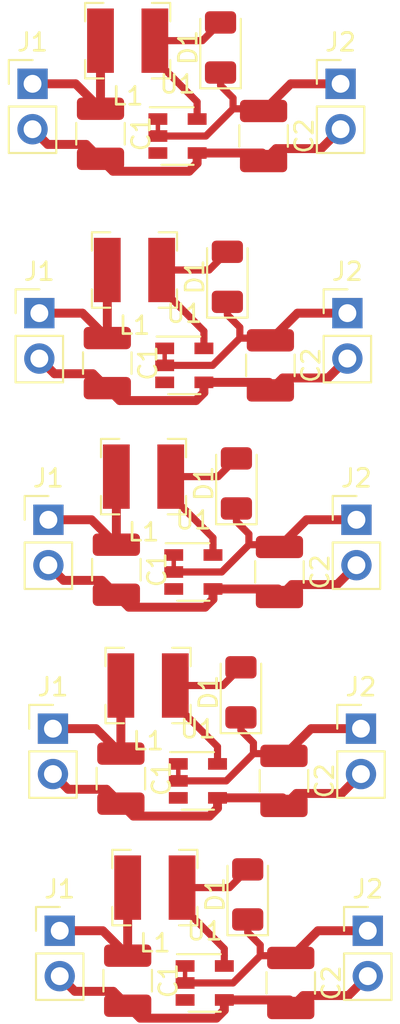
<source format=kicad_pcb>
(kicad_pcb (version 20171130) (host pcbnew "(5.1.4)-1")

  (general
    (thickness 1.6)
    (drawings 0)
    (tracks 170)
    (zones 0)
    (modules 35)
    (nets 6)
  )

  (page A4)
  (layers
    (0 F.Cu signal)
    (31 B.Cu signal)
    (32 B.Adhes user)
    (33 F.Adhes user)
    (34 B.Paste user)
    (35 F.Paste user)
    (36 B.SilkS user)
    (37 F.SilkS user)
    (38 B.Mask user)
    (39 F.Mask user)
    (40 Dwgs.User user)
    (41 Cmts.User user)
    (42 Eco1.User user)
    (43 Eco2.User user)
    (44 Edge.Cuts user)
    (45 Margin user)
    (46 B.CrtYd user hide)
    (47 F.CrtYd user)
    (48 B.Fab user)
    (49 F.Fab user hide)
  )

  (setup
    (last_trace_width 0.25)
    (trace_clearance 0.2)
    (zone_clearance 0.508)
    (zone_45_only no)
    (trace_min 0.2)
    (via_size 0.8)
    (via_drill 0.4)
    (via_min_size 0.4)
    (via_min_drill 0.3)
    (uvia_size 0.3)
    (uvia_drill 0.1)
    (uvias_allowed no)
    (uvia_min_size 0.2)
    (uvia_min_drill 0.1)
    (edge_width 0.05)
    (segment_width 0.2)
    (pcb_text_width 0.3)
    (pcb_text_size 1.5 1.5)
    (mod_edge_width 0.12)
    (mod_text_size 1 1)
    (mod_text_width 0.15)
    (pad_size 1.524 1.524)
    (pad_drill 0.762)
    (pad_to_mask_clearance 0.051)
    (solder_mask_min_width 0.25)
    (aux_axis_origin 0 0)
    (visible_elements FFFFFF7F)
    (pcbplotparams
      (layerselection 0x00000_7fffffff)
      (usegerberextensions false)
      (usegerberattributes false)
      (usegerberadvancedattributes false)
      (creategerberjobfile false)
      (excludeedgelayer true)
      (linewidth 0.100000)
      (plotframeref false)
      (viasonmask true)
      (mode 1)
      (useauxorigin false)
      (hpglpennumber 1)
      (hpglpenspeed 20)
      (hpglpendiameter 15.000000)
      (psnegative true)
      (psa4output false)
      (plotreference false)
      (plotvalue false)
      (plotinvisibletext false)
      (padsonsilk false)
      (subtractmaskfromsilk false)
      (outputformat 4)
      (mirror false)
      (drillshape 2)
      (scaleselection 1)
      (outputdirectory ""))
  )

  (net 0 "")
  (net 1 +1V2)
  (net 2 GND)
  (net 3 +3V3)
  (net 4 "Net-(D1-Pad2)")
  (net 5 "Net-(U1-Pad3)")

  (net_class Default "Это класс цепей по умолчанию."
    (clearance 0.2)
    (trace_width 0.25)
    (via_dia 0.8)
    (via_drill 0.4)
    (uvia_dia 0.3)
    (uvia_drill 0.1)
    (add_net +1V2)
    (add_net +3V3)
    (add_net GND)
    (add_net "Net-(D1-Pad2)")
    (add_net "Net-(U1-Pad3)")
  )

  (module Connector_PinHeader_2.54mm:PinHeader_1x02_P2.54mm_Vertical (layer F.Cu) (tedit 59FED5CC) (tstamp 5E36227F)
    (at 34.925 100.203)
    (descr "Through hole straight pin header, 1x02, 2.54mm pitch, single row")
    (tags "Through hole pin header THT 1x02 2.54mm single row")
    (path /5E358D5E)
    (fp_text reference J1 (at 0 -2.33) (layer F.SilkS)
      (effects (font (size 1 1) (thickness 0.15)))
    )
    (fp_text value Conn_01x02_Male (at 0 4.87) (layer F.Fab)
      (effects (font (size 1 1) (thickness 0.15)))
    )
    (fp_line (start -0.635 -1.27) (end 1.27 -1.27) (layer F.Fab) (width 0.1))
    (fp_line (start 1.27 -1.27) (end 1.27 3.81) (layer F.Fab) (width 0.1))
    (fp_line (start 1.27 3.81) (end -1.27 3.81) (layer F.Fab) (width 0.1))
    (fp_line (start -1.27 3.81) (end -1.27 -0.635) (layer F.Fab) (width 0.1))
    (fp_line (start -1.27 -0.635) (end -0.635 -1.27) (layer F.Fab) (width 0.1))
    (fp_line (start -1.33 3.87) (end 1.33 3.87) (layer F.SilkS) (width 0.12))
    (fp_line (start -1.33 1.27) (end -1.33 3.87) (layer F.SilkS) (width 0.12))
    (fp_line (start 1.33 1.27) (end 1.33 3.87) (layer F.SilkS) (width 0.12))
    (fp_line (start -1.33 1.27) (end 1.33 1.27) (layer F.SilkS) (width 0.12))
    (fp_line (start -1.33 0) (end -1.33 -1.33) (layer F.SilkS) (width 0.12))
    (fp_line (start -1.33 -1.33) (end 0 -1.33) (layer F.SilkS) (width 0.12))
    (fp_line (start -1.8 -1.8) (end -1.8 4.35) (layer F.CrtYd) (width 0.05))
    (fp_line (start -1.8 4.35) (end 1.8 4.35) (layer F.CrtYd) (width 0.05))
    (fp_line (start 1.8 4.35) (end 1.8 -1.8) (layer F.CrtYd) (width 0.05))
    (fp_line (start 1.8 -1.8) (end -1.8 -1.8) (layer F.CrtYd) (width 0.05))
    (fp_text user %R (at 0 1.27 90) (layer F.Fab)
      (effects (font (size 1 1) (thickness 0.15)))
    )
    (pad 1 thru_hole rect (at 0 0) (size 1.7 1.7) (drill 1) (layers *.Cu *.Mask))
    (pad 2 thru_hole oval (at 0 2.54) (size 1.7 1.7) (drill 1) (layers *.Cu *.Mask))
    (model ${KISYS3DMOD}/Connector_PinHeader_2.54mm.3dshapes/PinHeader_1x02_P2.54mm_Vertical.wrl
      (at (xyz 0 0 0))
      (scale (xyz 1 1 1))
      (rotate (xyz 0 0 0))
    )
  )

  (module Diode_SMD:D_1206_3216Metric (layer F.Cu) (tedit 5B301BBE) (tstamp 5E36226D)
    (at 45.466 98.171 90)
    (descr "Diode SMD 1206 (3216 Metric), square (rectangular) end terminal, IPC_7351 nominal, (Body size source: http://www.tortai-tech.com/upload/download/2011102023233369053.pdf), generated with kicad-footprint-generator")
    (tags diode)
    (path /5E33EEA6)
    (attr smd)
    (fp_text reference D1 (at 0 -1.82 90) (layer F.SilkS)
      (effects (font (size 1 1) (thickness 0.15)))
    )
    (fp_text value D_Schottky (at 0 1.82 90) (layer F.Fab)
      (effects (font (size 1 1) (thickness 0.15)))
    )
    (fp_text user %R (at 0 0 90) (layer F.Fab)
      (effects (font (size 0.8 0.8) (thickness 0.12)))
    )
    (fp_line (start 2.28 1.12) (end -2.28 1.12) (layer F.CrtYd) (width 0.05))
    (fp_line (start 2.28 -1.12) (end 2.28 1.12) (layer F.CrtYd) (width 0.05))
    (fp_line (start -2.28 -1.12) (end 2.28 -1.12) (layer F.CrtYd) (width 0.05))
    (fp_line (start -2.28 1.12) (end -2.28 -1.12) (layer F.CrtYd) (width 0.05))
    (fp_line (start -2.285 1.135) (end 1.6 1.135) (layer F.SilkS) (width 0.12))
    (fp_line (start -2.285 -1.135) (end -2.285 1.135) (layer F.SilkS) (width 0.12))
    (fp_line (start 1.6 -1.135) (end -2.285 -1.135) (layer F.SilkS) (width 0.12))
    (fp_line (start 1.6 0.8) (end 1.6 -0.8) (layer F.Fab) (width 0.1))
    (fp_line (start -1.6 0.8) (end 1.6 0.8) (layer F.Fab) (width 0.1))
    (fp_line (start -1.6 -0.4) (end -1.6 0.8) (layer F.Fab) (width 0.1))
    (fp_line (start -1.2 -0.8) (end -1.6 -0.4) (layer F.Fab) (width 0.1))
    (fp_line (start 1.6 -0.8) (end -1.2 -0.8) (layer F.Fab) (width 0.1))
    (pad 2 smd roundrect (at 1.4 0 90) (size 1.25 1.75) (layers F.Cu F.Paste F.Mask) (roundrect_rratio 0.2))
    (pad 1 smd roundrect (at -1.4 0 90) (size 1.25 1.75) (layers F.Cu F.Paste F.Mask) (roundrect_rratio 0.2))
    (model ${KISYS3DMOD}/Diode_SMD.3dshapes/D_1206_3216Metric.wrl
      (at (xyz 0 0 0))
      (scale (xyz 1 1 1))
      (rotate (xyz 0 0 0))
    )
  )

  (module Inductor_SMD:L_Bourns-SRN4018 (layer F.Cu) (tedit 5B471911) (tstamp 5E362257)
    (at 40.259 97.79)
    (descr "Bourns SRN4018 series SMD inductor, https://www.bourns.com/docs/Product-Datasheets/SRN4018.pdf")
    (tags "Bourns SRN4018 SMD inductor")
    (path /5E351F58)
    (attr smd)
    (fp_text reference L1 (at 0 3.1) (layer F.SilkS)
      (effects (font (size 1 1) (thickness 0.15)))
    )
    (fp_text value INDUCTOR (at 0 -3.1) (layer F.Fab)
      (effects (font (size 1 1) (thickness 0.15)))
    )
    (fp_line (start -2.53 -2.25) (end -2.53 2.25) (layer F.CrtYd) (width 0.05))
    (fp_line (start -2.53 2.25) (end 2.53 2.25) (layer F.CrtYd) (width 0.05))
    (fp_line (start 2.53 -2.25) (end 2.53 2.25) (layer F.CrtYd) (width 0.05))
    (fp_line (start -2.53 -2.25) (end 2.53 -2.25) (layer F.CrtYd) (width 0.05))
    (fp_line (start -2.385 2.11) (end -1.36 2.11) (layer F.SilkS) (width 0.12))
    (fp_line (start 2.385 2.11) (end 1.36 2.11) (layer F.SilkS) (width 0.12))
    (fp_line (start -2.385 2.11) (end -2.385 1.085) (layer F.SilkS) (width 0.12))
    (fp_line (start 2.385 2.11) (end 2.385 1.085) (layer F.SilkS) (width 0.12))
    (fp_line (start 2.385 -2.11) (end 2.385 -1.085) (layer F.SilkS) (width 0.12))
    (fp_line (start 2.385 -2.11) (end 1.36 -2.11) (layer F.SilkS) (width 0.12))
    (fp_line (start 2 -2) (end 2 2) (layer F.Fab) (width 0.1))
    (fp_line (start -2 -2) (end -2 2) (layer F.Fab) (width 0.1))
    (fp_line (start -2.385 -2.11) (end -1.36 -2.11) (layer F.SilkS) (width 0.12))
    (fp_line (start -2.385 -2.11) (end -2.385 -1.085) (layer F.SilkS) (width 0.12))
    (fp_line (start -2 -2) (end 2 -2) (layer F.Fab) (width 0.1))
    (fp_line (start 2 2) (end -2 2) (layer F.Fab) (width 0.1))
    (fp_text user %R (at 0 0) (layer F.Fab)
      (effects (font (size 1 1) (thickness 0.15)))
    )
    (pad 2 smd rect (at 1.525 0) (size 1.5 3.6) (layers F.Cu F.Paste F.Mask))
    (pad 1 smd rect (at -1.525 0) (size 1.5 3.6) (layers F.Cu F.Paste F.Mask))
    (model ${KISYS3DMOD}/Inductor_SMD.3dshapes/L_Bourns-SRN4018.wrl
      (at (xyz 0 0 0))
      (scale (xyz 1 1 1))
      (rotate (xyz 0 0 0))
    )
  )

  (module Connector_PinHeader_2.54mm:PinHeader_1x02_P2.54mm_Vertical (layer F.Cu) (tedit 59FED5CC) (tstamp 5E362242)
    (at 52.197 100.203)
    (descr "Through hole straight pin header, 1x02, 2.54mm pitch, single row")
    (tags "Through hole pin header THT 1x02 2.54mm single row")
    (path /5E357E80)
    (fp_text reference J2 (at 0 -2.33) (layer F.SilkS)
      (effects (font (size 1 1) (thickness 0.15)))
    )
    (fp_text value Conn_01x02_Male (at 0 4.87) (layer F.Fab)
      (effects (font (size 1 1) (thickness 0.15)))
    )
    (fp_text user %R (at 0 1.27 90) (layer F.Fab)
      (effects (font (size 1 1) (thickness 0.15)))
    )
    (fp_line (start 1.8 -1.8) (end -1.8 -1.8) (layer F.CrtYd) (width 0.05))
    (fp_line (start 1.8 4.35) (end 1.8 -1.8) (layer F.CrtYd) (width 0.05))
    (fp_line (start -1.8 4.35) (end 1.8 4.35) (layer F.CrtYd) (width 0.05))
    (fp_line (start -1.8 -1.8) (end -1.8 4.35) (layer F.CrtYd) (width 0.05))
    (fp_line (start -1.33 -1.33) (end 0 -1.33) (layer F.SilkS) (width 0.12))
    (fp_line (start -1.33 0) (end -1.33 -1.33) (layer F.SilkS) (width 0.12))
    (fp_line (start -1.33 1.27) (end 1.33 1.27) (layer F.SilkS) (width 0.12))
    (fp_line (start 1.33 1.27) (end 1.33 3.87) (layer F.SilkS) (width 0.12))
    (fp_line (start -1.33 1.27) (end -1.33 3.87) (layer F.SilkS) (width 0.12))
    (fp_line (start -1.33 3.87) (end 1.33 3.87) (layer F.SilkS) (width 0.12))
    (fp_line (start -1.27 -0.635) (end -0.635 -1.27) (layer F.Fab) (width 0.1))
    (fp_line (start -1.27 3.81) (end -1.27 -0.635) (layer F.Fab) (width 0.1))
    (fp_line (start 1.27 3.81) (end -1.27 3.81) (layer F.Fab) (width 0.1))
    (fp_line (start 1.27 -1.27) (end 1.27 3.81) (layer F.Fab) (width 0.1))
    (fp_line (start -0.635 -1.27) (end 1.27 -1.27) (layer F.Fab) (width 0.1))
    (pad 2 thru_hole oval (at 0 2.54) (size 1.7 1.7) (drill 1) (layers *.Cu *.Mask))
    (pad 1 thru_hole rect (at 0 0) (size 1.7 1.7) (drill 1) (layers *.Cu *.Mask))
    (model ${KISYS3DMOD}/Connector_PinHeader_2.54mm.3dshapes/PinHeader_1x02_P2.54mm_Vertical.wrl
      (at (xyz 0 0 0))
      (scale (xyz 1 1 1))
      (rotate (xyz 0 0 0))
    )
  )

  (module Capacitor_SMD:C_1210_3225Metric (layer F.Cu) (tedit 5B301BBE) (tstamp 5E362232)
    (at 38.735 102.997 270)
    (descr "Capacitor SMD 1210 (3225 Metric), square (rectangular) end terminal, IPC_7351 nominal, (Body size source: http://www.tortai-tech.com/upload/download/2011102023233369053.pdf), generated with kicad-footprint-generator")
    (tags capacitor)
    (path /5E349F83)
    (attr smd)
    (fp_text reference C1 (at 0 -2.28 90) (layer F.SilkS)
      (effects (font (size 1 1) (thickness 0.15)))
    )
    (fp_text value 100uF (at 0 2.28 90) (layer F.Fab)
      (effects (font (size 1 1) (thickness 0.15)))
    )
    (fp_text user %R (at 0 0 90) (layer F.Fab)
      (effects (font (size 0.8 0.8) (thickness 0.12)))
    )
    (fp_line (start 2.28 1.58) (end -2.28 1.58) (layer F.CrtYd) (width 0.05))
    (fp_line (start 2.28 -1.58) (end 2.28 1.58) (layer F.CrtYd) (width 0.05))
    (fp_line (start -2.28 -1.58) (end 2.28 -1.58) (layer F.CrtYd) (width 0.05))
    (fp_line (start -2.28 1.58) (end -2.28 -1.58) (layer F.CrtYd) (width 0.05))
    (fp_line (start -0.602064 1.36) (end 0.602064 1.36) (layer F.SilkS) (width 0.12))
    (fp_line (start -0.602064 -1.36) (end 0.602064 -1.36) (layer F.SilkS) (width 0.12))
    (fp_line (start 1.6 1.25) (end -1.6 1.25) (layer F.Fab) (width 0.1))
    (fp_line (start 1.6 -1.25) (end 1.6 1.25) (layer F.Fab) (width 0.1))
    (fp_line (start -1.6 -1.25) (end 1.6 -1.25) (layer F.Fab) (width 0.1))
    (fp_line (start -1.6 1.25) (end -1.6 -1.25) (layer F.Fab) (width 0.1))
    (pad 2 smd roundrect (at 1.4 0 270) (size 1.25 2.65) (layers F.Cu F.Paste F.Mask) (roundrect_rratio 0.2))
    (pad 1 smd roundrect (at -1.4 0 270) (size 1.25 2.65) (layers F.Cu F.Paste F.Mask) (roundrect_rratio 0.2))
    (model ${KISYS3DMOD}/Capacitor_SMD.3dshapes/C_1210_3225Metric.wrl
      (at (xyz 0 0 0))
      (scale (xyz 1 1 1))
      (rotate (xyz 0 0 0))
    )
  )

  (module Capacitor_SMD:C_1210_3225Metric (layer F.Cu) (tedit 5B301BBE) (tstamp 5E362222)
    (at 47.879 103.124 270)
    (descr "Capacitor SMD 1210 (3225 Metric), square (rectangular) end terminal, IPC_7351 nominal, (Body size source: http://www.tortai-tech.com/upload/download/2011102023233369053.pdf), generated with kicad-footprint-generator")
    (tags capacitor)
    (path /5E34848C)
    (attr smd)
    (fp_text reference C2 (at 0 -2.28 90) (layer F.SilkS)
      (effects (font (size 1 1) (thickness 0.15)))
    )
    (fp_text value 10uF (at 0 2.28 90) (layer F.Fab)
      (effects (font (size 1 1) (thickness 0.15)))
    )
    (fp_text user %R (at 0 0 90) (layer F.Fab)
      (effects (font (size 0.8 0.8) (thickness 0.12)))
    )
    (fp_line (start 2.28 1.58) (end -2.28 1.58) (layer F.CrtYd) (width 0.05))
    (fp_line (start 2.28 -1.58) (end 2.28 1.58) (layer F.CrtYd) (width 0.05))
    (fp_line (start -2.28 -1.58) (end 2.28 -1.58) (layer F.CrtYd) (width 0.05))
    (fp_line (start -2.28 1.58) (end -2.28 -1.58) (layer F.CrtYd) (width 0.05))
    (fp_line (start -0.602064 1.36) (end 0.602064 1.36) (layer F.SilkS) (width 0.12))
    (fp_line (start -0.602064 -1.36) (end 0.602064 -1.36) (layer F.SilkS) (width 0.12))
    (fp_line (start 1.6 1.25) (end -1.6 1.25) (layer F.Fab) (width 0.1))
    (fp_line (start 1.6 -1.25) (end 1.6 1.25) (layer F.Fab) (width 0.1))
    (fp_line (start -1.6 -1.25) (end 1.6 -1.25) (layer F.Fab) (width 0.1))
    (fp_line (start -1.6 1.25) (end -1.6 -1.25) (layer F.Fab) (width 0.1))
    (pad 2 smd roundrect (at 1.4 0 270) (size 1.25 2.65) (layers F.Cu F.Paste F.Mask) (roundrect_rratio 0.2))
    (pad 1 smd roundrect (at -1.4 0 270) (size 1.25 2.65) (layers F.Cu F.Paste F.Mask) (roundrect_rratio 0.2))
    (model ${KISYS3DMOD}/Capacitor_SMD.3dshapes/C_1210_3225Metric.wrl
      (at (xyz 0 0 0))
      (scale (xyz 1 1 1))
      (rotate (xyz 0 0 0))
    )
  )

  (module Package_TO_SOT_SMD:SOT-23-5 (layer F.Cu) (tedit 5A02FF57) (tstamp 5E36220E)
    (at 43.053 103.124)
    (descr "5-pin SOT23 package")
    (tags SOT-23-5)
    (path /5E33CB67)
    (attr smd)
    (fp_text reference U1 (at 0 -2.9) (layer F.SilkS)
      (effects (font (size 1 1) (thickness 0.15)))
    )
    (fp_text value NCP1400ASN33T1G (at 0 2.9) (layer F.Fab)
      (effects (font (size 1 1) (thickness 0.15)))
    )
    (fp_line (start 0.9 -1.55) (end 0.9 1.55) (layer F.Fab) (width 0.1))
    (fp_line (start 0.9 1.55) (end -0.9 1.55) (layer F.Fab) (width 0.1))
    (fp_line (start -0.9 -0.9) (end -0.9 1.55) (layer F.Fab) (width 0.1))
    (fp_line (start 0.9 -1.55) (end -0.25 -1.55) (layer F.Fab) (width 0.1))
    (fp_line (start -0.9 -0.9) (end -0.25 -1.55) (layer F.Fab) (width 0.1))
    (fp_line (start -1.9 1.8) (end -1.9 -1.8) (layer F.CrtYd) (width 0.05))
    (fp_line (start 1.9 1.8) (end -1.9 1.8) (layer F.CrtYd) (width 0.05))
    (fp_line (start 1.9 -1.8) (end 1.9 1.8) (layer F.CrtYd) (width 0.05))
    (fp_line (start -1.9 -1.8) (end 1.9 -1.8) (layer F.CrtYd) (width 0.05))
    (fp_line (start 0.9 -1.61) (end -1.55 -1.61) (layer F.SilkS) (width 0.12))
    (fp_line (start -0.9 1.61) (end 0.9 1.61) (layer F.SilkS) (width 0.12))
    (fp_text user %R (at 0 0 90) (layer F.Fab)
      (effects (font (size 0.5 0.5) (thickness 0.075)))
    )
    (pad 5 smd rect (at 1.1 -0.95) (size 1.06 0.65) (layers F.Cu F.Paste F.Mask))
    (pad 4 smd rect (at 1.1 0.95) (size 1.06 0.65) (layers F.Cu F.Paste F.Mask))
    (pad 3 smd rect (at -1.1 0.95) (size 1.06 0.65) (layers F.Cu F.Paste F.Mask))
    (pad 2 smd rect (at -1.1 0) (size 1.06 0.65) (layers F.Cu F.Paste F.Mask))
    (pad 1 smd rect (at -1.1 -0.95) (size 1.06 0.65) (layers F.Cu F.Paste F.Mask))
    (model ${KISYS3DMOD}/Package_TO_SOT_SMD.3dshapes/SOT-23-5.wrl
      (at (xyz 0 0 0))
      (scale (xyz 1 1 1))
      (rotate (xyz 0 0 0))
    )
  )

  (module Connector_PinHeader_2.54mm:PinHeader_1x02_P2.54mm_Vertical (layer F.Cu) (tedit 59FED5CC) (tstamp 5E36227F)
    (at 34.544 88.9)
    (descr "Through hole straight pin header, 1x02, 2.54mm pitch, single row")
    (tags "Through hole pin header THT 1x02 2.54mm single row")
    (path /5E358D5E)
    (fp_text reference J1 (at 0 -2.33) (layer F.SilkS)
      (effects (font (size 1 1) (thickness 0.15)))
    )
    (fp_text value Conn_01x02_Male (at 0 4.87) (layer F.Fab)
      (effects (font (size 1 1) (thickness 0.15)))
    )
    (fp_line (start -0.635 -1.27) (end 1.27 -1.27) (layer F.Fab) (width 0.1))
    (fp_line (start 1.27 -1.27) (end 1.27 3.81) (layer F.Fab) (width 0.1))
    (fp_line (start 1.27 3.81) (end -1.27 3.81) (layer F.Fab) (width 0.1))
    (fp_line (start -1.27 3.81) (end -1.27 -0.635) (layer F.Fab) (width 0.1))
    (fp_line (start -1.27 -0.635) (end -0.635 -1.27) (layer F.Fab) (width 0.1))
    (fp_line (start -1.33 3.87) (end 1.33 3.87) (layer F.SilkS) (width 0.12))
    (fp_line (start -1.33 1.27) (end -1.33 3.87) (layer F.SilkS) (width 0.12))
    (fp_line (start 1.33 1.27) (end 1.33 3.87) (layer F.SilkS) (width 0.12))
    (fp_line (start -1.33 1.27) (end 1.33 1.27) (layer F.SilkS) (width 0.12))
    (fp_line (start -1.33 0) (end -1.33 -1.33) (layer F.SilkS) (width 0.12))
    (fp_line (start -1.33 -1.33) (end 0 -1.33) (layer F.SilkS) (width 0.12))
    (fp_line (start -1.8 -1.8) (end -1.8 4.35) (layer F.CrtYd) (width 0.05))
    (fp_line (start -1.8 4.35) (end 1.8 4.35) (layer F.CrtYd) (width 0.05))
    (fp_line (start 1.8 4.35) (end 1.8 -1.8) (layer F.CrtYd) (width 0.05))
    (fp_line (start 1.8 -1.8) (end -1.8 -1.8) (layer F.CrtYd) (width 0.05))
    (fp_text user %R (at 0 1.27 90) (layer F.Fab)
      (effects (font (size 1 1) (thickness 0.15)))
    )
    (pad 1 thru_hole rect (at 0 0) (size 1.7 1.7) (drill 1) (layers *.Cu *.Mask))
    (pad 2 thru_hole oval (at 0 2.54) (size 1.7 1.7) (drill 1) (layers *.Cu *.Mask))
    (model ${KISYS3DMOD}/Connector_PinHeader_2.54mm.3dshapes/PinHeader_1x02_P2.54mm_Vertical.wrl
      (at (xyz 0 0 0))
      (scale (xyz 1 1 1))
      (rotate (xyz 0 0 0))
    )
  )

  (module Diode_SMD:D_1206_3216Metric (layer F.Cu) (tedit 5B301BBE) (tstamp 5E36226D)
    (at 45.085 86.868 90)
    (descr "Diode SMD 1206 (3216 Metric), square (rectangular) end terminal, IPC_7351 nominal, (Body size source: http://www.tortai-tech.com/upload/download/2011102023233369053.pdf), generated with kicad-footprint-generator")
    (tags diode)
    (path /5E33EEA6)
    (attr smd)
    (fp_text reference D1 (at 0 -1.82 90) (layer F.SilkS)
      (effects (font (size 1 1) (thickness 0.15)))
    )
    (fp_text value D_Schottky (at 0 1.82 90) (layer F.Fab)
      (effects (font (size 1 1) (thickness 0.15)))
    )
    (fp_text user %R (at 0 0 90) (layer F.Fab)
      (effects (font (size 0.8 0.8) (thickness 0.12)))
    )
    (fp_line (start 2.28 1.12) (end -2.28 1.12) (layer F.CrtYd) (width 0.05))
    (fp_line (start 2.28 -1.12) (end 2.28 1.12) (layer F.CrtYd) (width 0.05))
    (fp_line (start -2.28 -1.12) (end 2.28 -1.12) (layer F.CrtYd) (width 0.05))
    (fp_line (start -2.28 1.12) (end -2.28 -1.12) (layer F.CrtYd) (width 0.05))
    (fp_line (start -2.285 1.135) (end 1.6 1.135) (layer F.SilkS) (width 0.12))
    (fp_line (start -2.285 -1.135) (end -2.285 1.135) (layer F.SilkS) (width 0.12))
    (fp_line (start 1.6 -1.135) (end -2.285 -1.135) (layer F.SilkS) (width 0.12))
    (fp_line (start 1.6 0.8) (end 1.6 -0.8) (layer F.Fab) (width 0.1))
    (fp_line (start -1.6 0.8) (end 1.6 0.8) (layer F.Fab) (width 0.1))
    (fp_line (start -1.6 -0.4) (end -1.6 0.8) (layer F.Fab) (width 0.1))
    (fp_line (start -1.2 -0.8) (end -1.6 -0.4) (layer F.Fab) (width 0.1))
    (fp_line (start 1.6 -0.8) (end -1.2 -0.8) (layer F.Fab) (width 0.1))
    (pad 2 smd roundrect (at 1.4 0 90) (size 1.25 1.75) (layers F.Cu F.Paste F.Mask) (roundrect_rratio 0.2))
    (pad 1 smd roundrect (at -1.4 0 90) (size 1.25 1.75) (layers F.Cu F.Paste F.Mask) (roundrect_rratio 0.2))
    (model ${KISYS3DMOD}/Diode_SMD.3dshapes/D_1206_3216Metric.wrl
      (at (xyz 0 0 0))
      (scale (xyz 1 1 1))
      (rotate (xyz 0 0 0))
    )
  )

  (module Inductor_SMD:L_Bourns-SRN4018 (layer F.Cu) (tedit 5B471911) (tstamp 5E362257)
    (at 39.878 86.487)
    (descr "Bourns SRN4018 series SMD inductor, https://www.bourns.com/docs/Product-Datasheets/SRN4018.pdf")
    (tags "Bourns SRN4018 SMD inductor")
    (path /5E351F58)
    (attr smd)
    (fp_text reference L1 (at 0 3.1) (layer F.SilkS)
      (effects (font (size 1 1) (thickness 0.15)))
    )
    (fp_text value INDUCTOR (at 0 -3.1) (layer F.Fab)
      (effects (font (size 1 1) (thickness 0.15)))
    )
    (fp_line (start -2.53 -2.25) (end -2.53 2.25) (layer F.CrtYd) (width 0.05))
    (fp_line (start -2.53 2.25) (end 2.53 2.25) (layer F.CrtYd) (width 0.05))
    (fp_line (start 2.53 -2.25) (end 2.53 2.25) (layer F.CrtYd) (width 0.05))
    (fp_line (start -2.53 -2.25) (end 2.53 -2.25) (layer F.CrtYd) (width 0.05))
    (fp_line (start -2.385 2.11) (end -1.36 2.11) (layer F.SilkS) (width 0.12))
    (fp_line (start 2.385 2.11) (end 1.36 2.11) (layer F.SilkS) (width 0.12))
    (fp_line (start -2.385 2.11) (end -2.385 1.085) (layer F.SilkS) (width 0.12))
    (fp_line (start 2.385 2.11) (end 2.385 1.085) (layer F.SilkS) (width 0.12))
    (fp_line (start 2.385 -2.11) (end 2.385 -1.085) (layer F.SilkS) (width 0.12))
    (fp_line (start 2.385 -2.11) (end 1.36 -2.11) (layer F.SilkS) (width 0.12))
    (fp_line (start 2 -2) (end 2 2) (layer F.Fab) (width 0.1))
    (fp_line (start -2 -2) (end -2 2) (layer F.Fab) (width 0.1))
    (fp_line (start -2.385 -2.11) (end -1.36 -2.11) (layer F.SilkS) (width 0.12))
    (fp_line (start -2.385 -2.11) (end -2.385 -1.085) (layer F.SilkS) (width 0.12))
    (fp_line (start -2 -2) (end 2 -2) (layer F.Fab) (width 0.1))
    (fp_line (start 2 2) (end -2 2) (layer F.Fab) (width 0.1))
    (fp_text user %R (at 0 0) (layer F.Fab)
      (effects (font (size 1 1) (thickness 0.15)))
    )
    (pad 2 smd rect (at 1.525 0) (size 1.5 3.6) (layers F.Cu F.Paste F.Mask))
    (pad 1 smd rect (at -1.525 0) (size 1.5 3.6) (layers F.Cu F.Paste F.Mask))
    (model ${KISYS3DMOD}/Inductor_SMD.3dshapes/L_Bourns-SRN4018.wrl
      (at (xyz 0 0 0))
      (scale (xyz 1 1 1))
      (rotate (xyz 0 0 0))
    )
  )

  (module Connector_PinHeader_2.54mm:PinHeader_1x02_P2.54mm_Vertical (layer F.Cu) (tedit 59FED5CC) (tstamp 5E362242)
    (at 51.816 88.9)
    (descr "Through hole straight pin header, 1x02, 2.54mm pitch, single row")
    (tags "Through hole pin header THT 1x02 2.54mm single row")
    (path /5E357E80)
    (fp_text reference J2 (at 0 -2.33) (layer F.SilkS)
      (effects (font (size 1 1) (thickness 0.15)))
    )
    (fp_text value Conn_01x02_Male (at 0 4.87) (layer F.Fab)
      (effects (font (size 1 1) (thickness 0.15)))
    )
    (fp_text user %R (at 0 1.27 90) (layer F.Fab)
      (effects (font (size 1 1) (thickness 0.15)))
    )
    (fp_line (start 1.8 -1.8) (end -1.8 -1.8) (layer F.CrtYd) (width 0.05))
    (fp_line (start 1.8 4.35) (end 1.8 -1.8) (layer F.CrtYd) (width 0.05))
    (fp_line (start -1.8 4.35) (end 1.8 4.35) (layer F.CrtYd) (width 0.05))
    (fp_line (start -1.8 -1.8) (end -1.8 4.35) (layer F.CrtYd) (width 0.05))
    (fp_line (start -1.33 -1.33) (end 0 -1.33) (layer F.SilkS) (width 0.12))
    (fp_line (start -1.33 0) (end -1.33 -1.33) (layer F.SilkS) (width 0.12))
    (fp_line (start -1.33 1.27) (end 1.33 1.27) (layer F.SilkS) (width 0.12))
    (fp_line (start 1.33 1.27) (end 1.33 3.87) (layer F.SilkS) (width 0.12))
    (fp_line (start -1.33 1.27) (end -1.33 3.87) (layer F.SilkS) (width 0.12))
    (fp_line (start -1.33 3.87) (end 1.33 3.87) (layer F.SilkS) (width 0.12))
    (fp_line (start -1.27 -0.635) (end -0.635 -1.27) (layer F.Fab) (width 0.1))
    (fp_line (start -1.27 3.81) (end -1.27 -0.635) (layer F.Fab) (width 0.1))
    (fp_line (start 1.27 3.81) (end -1.27 3.81) (layer F.Fab) (width 0.1))
    (fp_line (start 1.27 -1.27) (end 1.27 3.81) (layer F.Fab) (width 0.1))
    (fp_line (start -0.635 -1.27) (end 1.27 -1.27) (layer F.Fab) (width 0.1))
    (pad 2 thru_hole oval (at 0 2.54) (size 1.7 1.7) (drill 1) (layers *.Cu *.Mask))
    (pad 1 thru_hole rect (at 0 0) (size 1.7 1.7) (drill 1) (layers *.Cu *.Mask))
    (model ${KISYS3DMOD}/Connector_PinHeader_2.54mm.3dshapes/PinHeader_1x02_P2.54mm_Vertical.wrl
      (at (xyz 0 0 0))
      (scale (xyz 1 1 1))
      (rotate (xyz 0 0 0))
    )
  )

  (module Capacitor_SMD:C_1210_3225Metric (layer F.Cu) (tedit 5B301BBE) (tstamp 5E362232)
    (at 38.354 91.694 270)
    (descr "Capacitor SMD 1210 (3225 Metric), square (rectangular) end terminal, IPC_7351 nominal, (Body size source: http://www.tortai-tech.com/upload/download/2011102023233369053.pdf), generated with kicad-footprint-generator")
    (tags capacitor)
    (path /5E349F83)
    (attr smd)
    (fp_text reference C1 (at 0 -2.28 90) (layer F.SilkS)
      (effects (font (size 1 1) (thickness 0.15)))
    )
    (fp_text value 100uF (at 0 2.28 90) (layer F.Fab)
      (effects (font (size 1 1) (thickness 0.15)))
    )
    (fp_text user %R (at 0 0 90) (layer F.Fab)
      (effects (font (size 0.8 0.8) (thickness 0.12)))
    )
    (fp_line (start 2.28 1.58) (end -2.28 1.58) (layer F.CrtYd) (width 0.05))
    (fp_line (start 2.28 -1.58) (end 2.28 1.58) (layer F.CrtYd) (width 0.05))
    (fp_line (start -2.28 -1.58) (end 2.28 -1.58) (layer F.CrtYd) (width 0.05))
    (fp_line (start -2.28 1.58) (end -2.28 -1.58) (layer F.CrtYd) (width 0.05))
    (fp_line (start -0.602064 1.36) (end 0.602064 1.36) (layer F.SilkS) (width 0.12))
    (fp_line (start -0.602064 -1.36) (end 0.602064 -1.36) (layer F.SilkS) (width 0.12))
    (fp_line (start 1.6 1.25) (end -1.6 1.25) (layer F.Fab) (width 0.1))
    (fp_line (start 1.6 -1.25) (end 1.6 1.25) (layer F.Fab) (width 0.1))
    (fp_line (start -1.6 -1.25) (end 1.6 -1.25) (layer F.Fab) (width 0.1))
    (fp_line (start -1.6 1.25) (end -1.6 -1.25) (layer F.Fab) (width 0.1))
    (pad 2 smd roundrect (at 1.4 0 270) (size 1.25 2.65) (layers F.Cu F.Paste F.Mask) (roundrect_rratio 0.2))
    (pad 1 smd roundrect (at -1.4 0 270) (size 1.25 2.65) (layers F.Cu F.Paste F.Mask) (roundrect_rratio 0.2))
    (model ${KISYS3DMOD}/Capacitor_SMD.3dshapes/C_1210_3225Metric.wrl
      (at (xyz 0 0 0))
      (scale (xyz 1 1 1))
      (rotate (xyz 0 0 0))
    )
  )

  (module Capacitor_SMD:C_1210_3225Metric (layer F.Cu) (tedit 5B301BBE) (tstamp 5E362222)
    (at 47.498 91.821 270)
    (descr "Capacitor SMD 1210 (3225 Metric), square (rectangular) end terminal, IPC_7351 nominal, (Body size source: http://www.tortai-tech.com/upload/download/2011102023233369053.pdf), generated with kicad-footprint-generator")
    (tags capacitor)
    (path /5E34848C)
    (attr smd)
    (fp_text reference C2 (at 0 -2.28 90) (layer F.SilkS)
      (effects (font (size 1 1) (thickness 0.15)))
    )
    (fp_text value 10uF (at 0 2.28 90) (layer F.Fab)
      (effects (font (size 1 1) (thickness 0.15)))
    )
    (fp_text user %R (at 0 0 90) (layer F.Fab)
      (effects (font (size 0.8 0.8) (thickness 0.12)))
    )
    (fp_line (start 2.28 1.58) (end -2.28 1.58) (layer F.CrtYd) (width 0.05))
    (fp_line (start 2.28 -1.58) (end 2.28 1.58) (layer F.CrtYd) (width 0.05))
    (fp_line (start -2.28 -1.58) (end 2.28 -1.58) (layer F.CrtYd) (width 0.05))
    (fp_line (start -2.28 1.58) (end -2.28 -1.58) (layer F.CrtYd) (width 0.05))
    (fp_line (start -0.602064 1.36) (end 0.602064 1.36) (layer F.SilkS) (width 0.12))
    (fp_line (start -0.602064 -1.36) (end 0.602064 -1.36) (layer F.SilkS) (width 0.12))
    (fp_line (start 1.6 1.25) (end -1.6 1.25) (layer F.Fab) (width 0.1))
    (fp_line (start 1.6 -1.25) (end 1.6 1.25) (layer F.Fab) (width 0.1))
    (fp_line (start -1.6 -1.25) (end 1.6 -1.25) (layer F.Fab) (width 0.1))
    (fp_line (start -1.6 1.25) (end -1.6 -1.25) (layer F.Fab) (width 0.1))
    (pad 2 smd roundrect (at 1.4 0 270) (size 1.25 2.65) (layers F.Cu F.Paste F.Mask) (roundrect_rratio 0.2))
    (pad 1 smd roundrect (at -1.4 0 270) (size 1.25 2.65) (layers F.Cu F.Paste F.Mask) (roundrect_rratio 0.2))
    (model ${KISYS3DMOD}/Capacitor_SMD.3dshapes/C_1210_3225Metric.wrl
      (at (xyz 0 0 0))
      (scale (xyz 1 1 1))
      (rotate (xyz 0 0 0))
    )
  )

  (module Package_TO_SOT_SMD:SOT-23-5 (layer F.Cu) (tedit 5A02FF57) (tstamp 5E36220E)
    (at 42.672 91.821)
    (descr "5-pin SOT23 package")
    (tags SOT-23-5)
    (path /5E33CB67)
    (attr smd)
    (fp_text reference U1 (at 0 -2.9) (layer F.SilkS)
      (effects (font (size 1 1) (thickness 0.15)))
    )
    (fp_text value NCP1400ASN33T1G (at 0 2.9) (layer F.Fab)
      (effects (font (size 1 1) (thickness 0.15)))
    )
    (fp_line (start 0.9 -1.55) (end 0.9 1.55) (layer F.Fab) (width 0.1))
    (fp_line (start 0.9 1.55) (end -0.9 1.55) (layer F.Fab) (width 0.1))
    (fp_line (start -0.9 -0.9) (end -0.9 1.55) (layer F.Fab) (width 0.1))
    (fp_line (start 0.9 -1.55) (end -0.25 -1.55) (layer F.Fab) (width 0.1))
    (fp_line (start -0.9 -0.9) (end -0.25 -1.55) (layer F.Fab) (width 0.1))
    (fp_line (start -1.9 1.8) (end -1.9 -1.8) (layer F.CrtYd) (width 0.05))
    (fp_line (start 1.9 1.8) (end -1.9 1.8) (layer F.CrtYd) (width 0.05))
    (fp_line (start 1.9 -1.8) (end 1.9 1.8) (layer F.CrtYd) (width 0.05))
    (fp_line (start -1.9 -1.8) (end 1.9 -1.8) (layer F.CrtYd) (width 0.05))
    (fp_line (start 0.9 -1.61) (end -1.55 -1.61) (layer F.SilkS) (width 0.12))
    (fp_line (start -0.9 1.61) (end 0.9 1.61) (layer F.SilkS) (width 0.12))
    (fp_text user %R (at 0 0 90) (layer F.Fab)
      (effects (font (size 0.5 0.5) (thickness 0.075)))
    )
    (pad 5 smd rect (at 1.1 -0.95) (size 1.06 0.65) (layers F.Cu F.Paste F.Mask))
    (pad 4 smd rect (at 1.1 0.95) (size 1.06 0.65) (layers F.Cu F.Paste F.Mask))
    (pad 3 smd rect (at -1.1 0.95) (size 1.06 0.65) (layers F.Cu F.Paste F.Mask))
    (pad 2 smd rect (at -1.1 0) (size 1.06 0.65) (layers F.Cu F.Paste F.Mask))
    (pad 1 smd rect (at -1.1 -0.95) (size 1.06 0.65) (layers F.Cu F.Paste F.Mask))
    (model ${KISYS3DMOD}/Package_TO_SOT_SMD.3dshapes/SOT-23-5.wrl
      (at (xyz 0 0 0))
      (scale (xyz 1 1 1))
      (rotate (xyz 0 0 0))
    )
  )

  (module Connector_PinHeader_2.54mm:PinHeader_1x02_P2.54mm_Vertical (layer F.Cu) (tedit 59FED5CC) (tstamp 5E36227F)
    (at 34.29 77.216)
    (descr "Through hole straight pin header, 1x02, 2.54mm pitch, single row")
    (tags "Through hole pin header THT 1x02 2.54mm single row")
    (path /5E358D5E)
    (fp_text reference J1 (at 0 -2.33) (layer F.SilkS)
      (effects (font (size 1 1) (thickness 0.15)))
    )
    (fp_text value Conn_01x02_Male (at 0 4.87) (layer F.Fab)
      (effects (font (size 1 1) (thickness 0.15)))
    )
    (fp_line (start -0.635 -1.27) (end 1.27 -1.27) (layer F.Fab) (width 0.1))
    (fp_line (start 1.27 -1.27) (end 1.27 3.81) (layer F.Fab) (width 0.1))
    (fp_line (start 1.27 3.81) (end -1.27 3.81) (layer F.Fab) (width 0.1))
    (fp_line (start -1.27 3.81) (end -1.27 -0.635) (layer F.Fab) (width 0.1))
    (fp_line (start -1.27 -0.635) (end -0.635 -1.27) (layer F.Fab) (width 0.1))
    (fp_line (start -1.33 3.87) (end 1.33 3.87) (layer F.SilkS) (width 0.12))
    (fp_line (start -1.33 1.27) (end -1.33 3.87) (layer F.SilkS) (width 0.12))
    (fp_line (start 1.33 1.27) (end 1.33 3.87) (layer F.SilkS) (width 0.12))
    (fp_line (start -1.33 1.27) (end 1.33 1.27) (layer F.SilkS) (width 0.12))
    (fp_line (start -1.33 0) (end -1.33 -1.33) (layer F.SilkS) (width 0.12))
    (fp_line (start -1.33 -1.33) (end 0 -1.33) (layer F.SilkS) (width 0.12))
    (fp_line (start -1.8 -1.8) (end -1.8 4.35) (layer F.CrtYd) (width 0.05))
    (fp_line (start -1.8 4.35) (end 1.8 4.35) (layer F.CrtYd) (width 0.05))
    (fp_line (start 1.8 4.35) (end 1.8 -1.8) (layer F.CrtYd) (width 0.05))
    (fp_line (start 1.8 -1.8) (end -1.8 -1.8) (layer F.CrtYd) (width 0.05))
    (fp_text user %R (at 0 1.27 90) (layer F.Fab)
      (effects (font (size 1 1) (thickness 0.15)))
    )
    (pad 1 thru_hole rect (at 0 0) (size 1.7 1.7) (drill 1) (layers *.Cu *.Mask))
    (pad 2 thru_hole oval (at 0 2.54) (size 1.7 1.7) (drill 1) (layers *.Cu *.Mask))
    (model ${KISYS3DMOD}/Connector_PinHeader_2.54mm.3dshapes/PinHeader_1x02_P2.54mm_Vertical.wrl
      (at (xyz 0 0 0))
      (scale (xyz 1 1 1))
      (rotate (xyz 0 0 0))
    )
  )

  (module Diode_SMD:D_1206_3216Metric (layer F.Cu) (tedit 5B301BBE) (tstamp 5E36226D)
    (at 44.831 75.184 90)
    (descr "Diode SMD 1206 (3216 Metric), square (rectangular) end terminal, IPC_7351 nominal, (Body size source: http://www.tortai-tech.com/upload/download/2011102023233369053.pdf), generated with kicad-footprint-generator")
    (tags diode)
    (path /5E33EEA6)
    (attr smd)
    (fp_text reference D1 (at 0 -1.82 90) (layer F.SilkS)
      (effects (font (size 1 1) (thickness 0.15)))
    )
    (fp_text value D_Schottky (at 0 1.82 90) (layer F.Fab)
      (effects (font (size 1 1) (thickness 0.15)))
    )
    (fp_text user %R (at 0 0 90) (layer F.Fab)
      (effects (font (size 0.8 0.8) (thickness 0.12)))
    )
    (fp_line (start 2.28 1.12) (end -2.28 1.12) (layer F.CrtYd) (width 0.05))
    (fp_line (start 2.28 -1.12) (end 2.28 1.12) (layer F.CrtYd) (width 0.05))
    (fp_line (start -2.28 -1.12) (end 2.28 -1.12) (layer F.CrtYd) (width 0.05))
    (fp_line (start -2.28 1.12) (end -2.28 -1.12) (layer F.CrtYd) (width 0.05))
    (fp_line (start -2.285 1.135) (end 1.6 1.135) (layer F.SilkS) (width 0.12))
    (fp_line (start -2.285 -1.135) (end -2.285 1.135) (layer F.SilkS) (width 0.12))
    (fp_line (start 1.6 -1.135) (end -2.285 -1.135) (layer F.SilkS) (width 0.12))
    (fp_line (start 1.6 0.8) (end 1.6 -0.8) (layer F.Fab) (width 0.1))
    (fp_line (start -1.6 0.8) (end 1.6 0.8) (layer F.Fab) (width 0.1))
    (fp_line (start -1.6 -0.4) (end -1.6 0.8) (layer F.Fab) (width 0.1))
    (fp_line (start -1.2 -0.8) (end -1.6 -0.4) (layer F.Fab) (width 0.1))
    (fp_line (start 1.6 -0.8) (end -1.2 -0.8) (layer F.Fab) (width 0.1))
    (pad 2 smd roundrect (at 1.4 0 90) (size 1.25 1.75) (layers F.Cu F.Paste F.Mask) (roundrect_rratio 0.2))
    (pad 1 smd roundrect (at -1.4 0 90) (size 1.25 1.75) (layers F.Cu F.Paste F.Mask) (roundrect_rratio 0.2))
    (model ${KISYS3DMOD}/Diode_SMD.3dshapes/D_1206_3216Metric.wrl
      (at (xyz 0 0 0))
      (scale (xyz 1 1 1))
      (rotate (xyz 0 0 0))
    )
  )

  (module Inductor_SMD:L_Bourns-SRN4018 (layer F.Cu) (tedit 5B471911) (tstamp 5E362257)
    (at 39.624 74.803)
    (descr "Bourns SRN4018 series SMD inductor, https://www.bourns.com/docs/Product-Datasheets/SRN4018.pdf")
    (tags "Bourns SRN4018 SMD inductor")
    (path /5E351F58)
    (attr smd)
    (fp_text reference L1 (at 0 3.1) (layer F.SilkS)
      (effects (font (size 1 1) (thickness 0.15)))
    )
    (fp_text value INDUCTOR (at 0 -3.1) (layer F.Fab)
      (effects (font (size 1 1) (thickness 0.15)))
    )
    (fp_line (start -2.53 -2.25) (end -2.53 2.25) (layer F.CrtYd) (width 0.05))
    (fp_line (start -2.53 2.25) (end 2.53 2.25) (layer F.CrtYd) (width 0.05))
    (fp_line (start 2.53 -2.25) (end 2.53 2.25) (layer F.CrtYd) (width 0.05))
    (fp_line (start -2.53 -2.25) (end 2.53 -2.25) (layer F.CrtYd) (width 0.05))
    (fp_line (start -2.385 2.11) (end -1.36 2.11) (layer F.SilkS) (width 0.12))
    (fp_line (start 2.385 2.11) (end 1.36 2.11) (layer F.SilkS) (width 0.12))
    (fp_line (start -2.385 2.11) (end -2.385 1.085) (layer F.SilkS) (width 0.12))
    (fp_line (start 2.385 2.11) (end 2.385 1.085) (layer F.SilkS) (width 0.12))
    (fp_line (start 2.385 -2.11) (end 2.385 -1.085) (layer F.SilkS) (width 0.12))
    (fp_line (start 2.385 -2.11) (end 1.36 -2.11) (layer F.SilkS) (width 0.12))
    (fp_line (start 2 -2) (end 2 2) (layer F.Fab) (width 0.1))
    (fp_line (start -2 -2) (end -2 2) (layer F.Fab) (width 0.1))
    (fp_line (start -2.385 -2.11) (end -1.36 -2.11) (layer F.SilkS) (width 0.12))
    (fp_line (start -2.385 -2.11) (end -2.385 -1.085) (layer F.SilkS) (width 0.12))
    (fp_line (start -2 -2) (end 2 -2) (layer F.Fab) (width 0.1))
    (fp_line (start 2 2) (end -2 2) (layer F.Fab) (width 0.1))
    (fp_text user %R (at 0 0) (layer F.Fab)
      (effects (font (size 1 1) (thickness 0.15)))
    )
    (pad 2 smd rect (at 1.525 0) (size 1.5 3.6) (layers F.Cu F.Paste F.Mask))
    (pad 1 smd rect (at -1.525 0) (size 1.5 3.6) (layers F.Cu F.Paste F.Mask))
    (model ${KISYS3DMOD}/Inductor_SMD.3dshapes/L_Bourns-SRN4018.wrl
      (at (xyz 0 0 0))
      (scale (xyz 1 1 1))
      (rotate (xyz 0 0 0))
    )
  )

  (module Connector_PinHeader_2.54mm:PinHeader_1x02_P2.54mm_Vertical (layer F.Cu) (tedit 59FED5CC) (tstamp 5E362242)
    (at 51.562 77.216)
    (descr "Through hole straight pin header, 1x02, 2.54mm pitch, single row")
    (tags "Through hole pin header THT 1x02 2.54mm single row")
    (path /5E357E80)
    (fp_text reference J2 (at 0 -2.33) (layer F.SilkS)
      (effects (font (size 1 1) (thickness 0.15)))
    )
    (fp_text value Conn_01x02_Male (at 0 4.87) (layer F.Fab)
      (effects (font (size 1 1) (thickness 0.15)))
    )
    (fp_text user %R (at 0 1.27 90) (layer F.Fab)
      (effects (font (size 1 1) (thickness 0.15)))
    )
    (fp_line (start 1.8 -1.8) (end -1.8 -1.8) (layer F.CrtYd) (width 0.05))
    (fp_line (start 1.8 4.35) (end 1.8 -1.8) (layer F.CrtYd) (width 0.05))
    (fp_line (start -1.8 4.35) (end 1.8 4.35) (layer F.CrtYd) (width 0.05))
    (fp_line (start -1.8 -1.8) (end -1.8 4.35) (layer F.CrtYd) (width 0.05))
    (fp_line (start -1.33 -1.33) (end 0 -1.33) (layer F.SilkS) (width 0.12))
    (fp_line (start -1.33 0) (end -1.33 -1.33) (layer F.SilkS) (width 0.12))
    (fp_line (start -1.33 1.27) (end 1.33 1.27) (layer F.SilkS) (width 0.12))
    (fp_line (start 1.33 1.27) (end 1.33 3.87) (layer F.SilkS) (width 0.12))
    (fp_line (start -1.33 1.27) (end -1.33 3.87) (layer F.SilkS) (width 0.12))
    (fp_line (start -1.33 3.87) (end 1.33 3.87) (layer F.SilkS) (width 0.12))
    (fp_line (start -1.27 -0.635) (end -0.635 -1.27) (layer F.Fab) (width 0.1))
    (fp_line (start -1.27 3.81) (end -1.27 -0.635) (layer F.Fab) (width 0.1))
    (fp_line (start 1.27 3.81) (end -1.27 3.81) (layer F.Fab) (width 0.1))
    (fp_line (start 1.27 -1.27) (end 1.27 3.81) (layer F.Fab) (width 0.1))
    (fp_line (start -0.635 -1.27) (end 1.27 -1.27) (layer F.Fab) (width 0.1))
    (pad 2 thru_hole oval (at 0 2.54) (size 1.7 1.7) (drill 1) (layers *.Cu *.Mask))
    (pad 1 thru_hole rect (at 0 0) (size 1.7 1.7) (drill 1) (layers *.Cu *.Mask))
    (model ${KISYS3DMOD}/Connector_PinHeader_2.54mm.3dshapes/PinHeader_1x02_P2.54mm_Vertical.wrl
      (at (xyz 0 0 0))
      (scale (xyz 1 1 1))
      (rotate (xyz 0 0 0))
    )
  )

  (module Capacitor_SMD:C_1210_3225Metric (layer F.Cu) (tedit 5B301BBE) (tstamp 5E362232)
    (at 38.1 80.01 270)
    (descr "Capacitor SMD 1210 (3225 Metric), square (rectangular) end terminal, IPC_7351 nominal, (Body size source: http://www.tortai-tech.com/upload/download/2011102023233369053.pdf), generated with kicad-footprint-generator")
    (tags capacitor)
    (path /5E349F83)
    (attr smd)
    (fp_text reference C1 (at 0 -2.28 90) (layer F.SilkS)
      (effects (font (size 1 1) (thickness 0.15)))
    )
    (fp_text value 100uF (at 0 2.28 90) (layer F.Fab)
      (effects (font (size 1 1) (thickness 0.15)))
    )
    (fp_text user %R (at 0 0 90) (layer F.Fab)
      (effects (font (size 0.8 0.8) (thickness 0.12)))
    )
    (fp_line (start 2.28 1.58) (end -2.28 1.58) (layer F.CrtYd) (width 0.05))
    (fp_line (start 2.28 -1.58) (end 2.28 1.58) (layer F.CrtYd) (width 0.05))
    (fp_line (start -2.28 -1.58) (end 2.28 -1.58) (layer F.CrtYd) (width 0.05))
    (fp_line (start -2.28 1.58) (end -2.28 -1.58) (layer F.CrtYd) (width 0.05))
    (fp_line (start -0.602064 1.36) (end 0.602064 1.36) (layer F.SilkS) (width 0.12))
    (fp_line (start -0.602064 -1.36) (end 0.602064 -1.36) (layer F.SilkS) (width 0.12))
    (fp_line (start 1.6 1.25) (end -1.6 1.25) (layer F.Fab) (width 0.1))
    (fp_line (start 1.6 -1.25) (end 1.6 1.25) (layer F.Fab) (width 0.1))
    (fp_line (start -1.6 -1.25) (end 1.6 -1.25) (layer F.Fab) (width 0.1))
    (fp_line (start -1.6 1.25) (end -1.6 -1.25) (layer F.Fab) (width 0.1))
    (pad 2 smd roundrect (at 1.4 0 270) (size 1.25 2.65) (layers F.Cu F.Paste F.Mask) (roundrect_rratio 0.2))
    (pad 1 smd roundrect (at -1.4 0 270) (size 1.25 2.65) (layers F.Cu F.Paste F.Mask) (roundrect_rratio 0.2))
    (model ${KISYS3DMOD}/Capacitor_SMD.3dshapes/C_1210_3225Metric.wrl
      (at (xyz 0 0 0))
      (scale (xyz 1 1 1))
      (rotate (xyz 0 0 0))
    )
  )

  (module Capacitor_SMD:C_1210_3225Metric (layer F.Cu) (tedit 5B301BBE) (tstamp 5E362222)
    (at 47.244 80.137 270)
    (descr "Capacitor SMD 1210 (3225 Metric), square (rectangular) end terminal, IPC_7351 nominal, (Body size source: http://www.tortai-tech.com/upload/download/2011102023233369053.pdf), generated with kicad-footprint-generator")
    (tags capacitor)
    (path /5E34848C)
    (attr smd)
    (fp_text reference C2 (at 0 -2.28 90) (layer F.SilkS)
      (effects (font (size 1 1) (thickness 0.15)))
    )
    (fp_text value 10uF (at 0 2.28 90) (layer F.Fab)
      (effects (font (size 1 1) (thickness 0.15)))
    )
    (fp_text user %R (at 0 0 90) (layer F.Fab)
      (effects (font (size 0.8 0.8) (thickness 0.12)))
    )
    (fp_line (start 2.28 1.58) (end -2.28 1.58) (layer F.CrtYd) (width 0.05))
    (fp_line (start 2.28 -1.58) (end 2.28 1.58) (layer F.CrtYd) (width 0.05))
    (fp_line (start -2.28 -1.58) (end 2.28 -1.58) (layer F.CrtYd) (width 0.05))
    (fp_line (start -2.28 1.58) (end -2.28 -1.58) (layer F.CrtYd) (width 0.05))
    (fp_line (start -0.602064 1.36) (end 0.602064 1.36) (layer F.SilkS) (width 0.12))
    (fp_line (start -0.602064 -1.36) (end 0.602064 -1.36) (layer F.SilkS) (width 0.12))
    (fp_line (start 1.6 1.25) (end -1.6 1.25) (layer F.Fab) (width 0.1))
    (fp_line (start 1.6 -1.25) (end 1.6 1.25) (layer F.Fab) (width 0.1))
    (fp_line (start -1.6 -1.25) (end 1.6 -1.25) (layer F.Fab) (width 0.1))
    (fp_line (start -1.6 1.25) (end -1.6 -1.25) (layer F.Fab) (width 0.1))
    (pad 2 smd roundrect (at 1.4 0 270) (size 1.25 2.65) (layers F.Cu F.Paste F.Mask) (roundrect_rratio 0.2))
    (pad 1 smd roundrect (at -1.4 0 270) (size 1.25 2.65) (layers F.Cu F.Paste F.Mask) (roundrect_rratio 0.2))
    (model ${KISYS3DMOD}/Capacitor_SMD.3dshapes/C_1210_3225Metric.wrl
      (at (xyz 0 0 0))
      (scale (xyz 1 1 1))
      (rotate (xyz 0 0 0))
    )
  )

  (module Package_TO_SOT_SMD:SOT-23-5 (layer F.Cu) (tedit 5A02FF57) (tstamp 5E36220E)
    (at 42.418 80.137)
    (descr "5-pin SOT23 package")
    (tags SOT-23-5)
    (path /5E33CB67)
    (attr smd)
    (fp_text reference U1 (at 0 -2.9) (layer F.SilkS)
      (effects (font (size 1 1) (thickness 0.15)))
    )
    (fp_text value NCP1400ASN33T1G (at 0 2.9) (layer F.Fab)
      (effects (font (size 1 1) (thickness 0.15)))
    )
    (fp_line (start 0.9 -1.55) (end 0.9 1.55) (layer F.Fab) (width 0.1))
    (fp_line (start 0.9 1.55) (end -0.9 1.55) (layer F.Fab) (width 0.1))
    (fp_line (start -0.9 -0.9) (end -0.9 1.55) (layer F.Fab) (width 0.1))
    (fp_line (start 0.9 -1.55) (end -0.25 -1.55) (layer F.Fab) (width 0.1))
    (fp_line (start -0.9 -0.9) (end -0.25 -1.55) (layer F.Fab) (width 0.1))
    (fp_line (start -1.9 1.8) (end -1.9 -1.8) (layer F.CrtYd) (width 0.05))
    (fp_line (start 1.9 1.8) (end -1.9 1.8) (layer F.CrtYd) (width 0.05))
    (fp_line (start 1.9 -1.8) (end 1.9 1.8) (layer F.CrtYd) (width 0.05))
    (fp_line (start -1.9 -1.8) (end 1.9 -1.8) (layer F.CrtYd) (width 0.05))
    (fp_line (start 0.9 -1.61) (end -1.55 -1.61) (layer F.SilkS) (width 0.12))
    (fp_line (start -0.9 1.61) (end 0.9 1.61) (layer F.SilkS) (width 0.12))
    (fp_text user %R (at 0 0 90) (layer F.Fab)
      (effects (font (size 0.5 0.5) (thickness 0.075)))
    )
    (pad 5 smd rect (at 1.1 -0.95) (size 1.06 0.65) (layers F.Cu F.Paste F.Mask))
    (pad 4 smd rect (at 1.1 0.95) (size 1.06 0.65) (layers F.Cu F.Paste F.Mask))
    (pad 3 smd rect (at -1.1 0.95) (size 1.06 0.65) (layers F.Cu F.Paste F.Mask))
    (pad 2 smd rect (at -1.1 0) (size 1.06 0.65) (layers F.Cu F.Paste F.Mask))
    (pad 1 smd rect (at -1.1 -0.95) (size 1.06 0.65) (layers F.Cu F.Paste F.Mask))
    (model ${KISYS3DMOD}/Package_TO_SOT_SMD.3dshapes/SOT-23-5.wrl
      (at (xyz 0 0 0))
      (scale (xyz 1 1 1))
      (rotate (xyz 0 0 0))
    )
  )

  (module Connector_PinHeader_2.54mm:PinHeader_1x02_P2.54mm_Vertical (layer F.Cu) (tedit 59FED5CC) (tstamp 5E36227F)
    (at 33.782 65.659)
    (descr "Through hole straight pin header, 1x02, 2.54mm pitch, single row")
    (tags "Through hole pin header THT 1x02 2.54mm single row")
    (path /5E358D5E)
    (fp_text reference J1 (at 0 -2.33) (layer F.SilkS)
      (effects (font (size 1 1) (thickness 0.15)))
    )
    (fp_text value Conn_01x02_Male (at 0 4.87) (layer F.Fab)
      (effects (font (size 1 1) (thickness 0.15)))
    )
    (fp_line (start -0.635 -1.27) (end 1.27 -1.27) (layer F.Fab) (width 0.1))
    (fp_line (start 1.27 -1.27) (end 1.27 3.81) (layer F.Fab) (width 0.1))
    (fp_line (start 1.27 3.81) (end -1.27 3.81) (layer F.Fab) (width 0.1))
    (fp_line (start -1.27 3.81) (end -1.27 -0.635) (layer F.Fab) (width 0.1))
    (fp_line (start -1.27 -0.635) (end -0.635 -1.27) (layer F.Fab) (width 0.1))
    (fp_line (start -1.33 3.87) (end 1.33 3.87) (layer F.SilkS) (width 0.12))
    (fp_line (start -1.33 1.27) (end -1.33 3.87) (layer F.SilkS) (width 0.12))
    (fp_line (start 1.33 1.27) (end 1.33 3.87) (layer F.SilkS) (width 0.12))
    (fp_line (start -1.33 1.27) (end 1.33 1.27) (layer F.SilkS) (width 0.12))
    (fp_line (start -1.33 0) (end -1.33 -1.33) (layer F.SilkS) (width 0.12))
    (fp_line (start -1.33 -1.33) (end 0 -1.33) (layer F.SilkS) (width 0.12))
    (fp_line (start -1.8 -1.8) (end -1.8 4.35) (layer F.CrtYd) (width 0.05))
    (fp_line (start -1.8 4.35) (end 1.8 4.35) (layer F.CrtYd) (width 0.05))
    (fp_line (start 1.8 4.35) (end 1.8 -1.8) (layer F.CrtYd) (width 0.05))
    (fp_line (start 1.8 -1.8) (end -1.8 -1.8) (layer F.CrtYd) (width 0.05))
    (fp_text user %R (at 0 1.27 90) (layer F.Fab)
      (effects (font (size 1 1) (thickness 0.15)))
    )
    (pad 1 thru_hole rect (at 0 0) (size 1.7 1.7) (drill 1) (layers *.Cu *.Mask))
    (pad 2 thru_hole oval (at 0 2.54) (size 1.7 1.7) (drill 1) (layers *.Cu *.Mask))
    (model ${KISYS3DMOD}/Connector_PinHeader_2.54mm.3dshapes/PinHeader_1x02_P2.54mm_Vertical.wrl
      (at (xyz 0 0 0))
      (scale (xyz 1 1 1))
      (rotate (xyz 0 0 0))
    )
  )

  (module Diode_SMD:D_1206_3216Metric (layer F.Cu) (tedit 5B301BBE) (tstamp 5E36226D)
    (at 44.323 63.627 90)
    (descr "Diode SMD 1206 (3216 Metric), square (rectangular) end terminal, IPC_7351 nominal, (Body size source: http://www.tortai-tech.com/upload/download/2011102023233369053.pdf), generated with kicad-footprint-generator")
    (tags diode)
    (path /5E33EEA6)
    (attr smd)
    (fp_text reference D1 (at 0 -1.82 90) (layer F.SilkS)
      (effects (font (size 1 1) (thickness 0.15)))
    )
    (fp_text value D_Schottky (at 0 1.82 90) (layer F.Fab)
      (effects (font (size 1 1) (thickness 0.15)))
    )
    (fp_text user %R (at 0 0 90) (layer F.Fab)
      (effects (font (size 0.8 0.8) (thickness 0.12)))
    )
    (fp_line (start 2.28 1.12) (end -2.28 1.12) (layer F.CrtYd) (width 0.05))
    (fp_line (start 2.28 -1.12) (end 2.28 1.12) (layer F.CrtYd) (width 0.05))
    (fp_line (start -2.28 -1.12) (end 2.28 -1.12) (layer F.CrtYd) (width 0.05))
    (fp_line (start -2.28 1.12) (end -2.28 -1.12) (layer F.CrtYd) (width 0.05))
    (fp_line (start -2.285 1.135) (end 1.6 1.135) (layer F.SilkS) (width 0.12))
    (fp_line (start -2.285 -1.135) (end -2.285 1.135) (layer F.SilkS) (width 0.12))
    (fp_line (start 1.6 -1.135) (end -2.285 -1.135) (layer F.SilkS) (width 0.12))
    (fp_line (start 1.6 0.8) (end 1.6 -0.8) (layer F.Fab) (width 0.1))
    (fp_line (start -1.6 0.8) (end 1.6 0.8) (layer F.Fab) (width 0.1))
    (fp_line (start -1.6 -0.4) (end -1.6 0.8) (layer F.Fab) (width 0.1))
    (fp_line (start -1.2 -0.8) (end -1.6 -0.4) (layer F.Fab) (width 0.1))
    (fp_line (start 1.6 -0.8) (end -1.2 -0.8) (layer F.Fab) (width 0.1))
    (pad 2 smd roundrect (at 1.4 0 90) (size 1.25 1.75) (layers F.Cu F.Paste F.Mask) (roundrect_rratio 0.2))
    (pad 1 smd roundrect (at -1.4 0 90) (size 1.25 1.75) (layers F.Cu F.Paste F.Mask) (roundrect_rratio 0.2))
    (model ${KISYS3DMOD}/Diode_SMD.3dshapes/D_1206_3216Metric.wrl
      (at (xyz 0 0 0))
      (scale (xyz 1 1 1))
      (rotate (xyz 0 0 0))
    )
  )

  (module Inductor_SMD:L_Bourns-SRN4018 (layer F.Cu) (tedit 5B471911) (tstamp 5E362257)
    (at 39.116 63.246)
    (descr "Bourns SRN4018 series SMD inductor, https://www.bourns.com/docs/Product-Datasheets/SRN4018.pdf")
    (tags "Bourns SRN4018 SMD inductor")
    (path /5E351F58)
    (attr smd)
    (fp_text reference L1 (at 0 3.1) (layer F.SilkS)
      (effects (font (size 1 1) (thickness 0.15)))
    )
    (fp_text value INDUCTOR (at 0 -3.1) (layer F.Fab)
      (effects (font (size 1 1) (thickness 0.15)))
    )
    (fp_line (start -2.53 -2.25) (end -2.53 2.25) (layer F.CrtYd) (width 0.05))
    (fp_line (start -2.53 2.25) (end 2.53 2.25) (layer F.CrtYd) (width 0.05))
    (fp_line (start 2.53 -2.25) (end 2.53 2.25) (layer F.CrtYd) (width 0.05))
    (fp_line (start -2.53 -2.25) (end 2.53 -2.25) (layer F.CrtYd) (width 0.05))
    (fp_line (start -2.385 2.11) (end -1.36 2.11) (layer F.SilkS) (width 0.12))
    (fp_line (start 2.385 2.11) (end 1.36 2.11) (layer F.SilkS) (width 0.12))
    (fp_line (start -2.385 2.11) (end -2.385 1.085) (layer F.SilkS) (width 0.12))
    (fp_line (start 2.385 2.11) (end 2.385 1.085) (layer F.SilkS) (width 0.12))
    (fp_line (start 2.385 -2.11) (end 2.385 -1.085) (layer F.SilkS) (width 0.12))
    (fp_line (start 2.385 -2.11) (end 1.36 -2.11) (layer F.SilkS) (width 0.12))
    (fp_line (start 2 -2) (end 2 2) (layer F.Fab) (width 0.1))
    (fp_line (start -2 -2) (end -2 2) (layer F.Fab) (width 0.1))
    (fp_line (start -2.385 -2.11) (end -1.36 -2.11) (layer F.SilkS) (width 0.12))
    (fp_line (start -2.385 -2.11) (end -2.385 -1.085) (layer F.SilkS) (width 0.12))
    (fp_line (start -2 -2) (end 2 -2) (layer F.Fab) (width 0.1))
    (fp_line (start 2 2) (end -2 2) (layer F.Fab) (width 0.1))
    (fp_text user %R (at 0 0) (layer F.Fab)
      (effects (font (size 1 1) (thickness 0.15)))
    )
    (pad 2 smd rect (at 1.525 0) (size 1.5 3.6) (layers F.Cu F.Paste F.Mask))
    (pad 1 smd rect (at -1.525 0) (size 1.5 3.6) (layers F.Cu F.Paste F.Mask))
    (model ${KISYS3DMOD}/Inductor_SMD.3dshapes/L_Bourns-SRN4018.wrl
      (at (xyz 0 0 0))
      (scale (xyz 1 1 1))
      (rotate (xyz 0 0 0))
    )
  )

  (module Connector_PinHeader_2.54mm:PinHeader_1x02_P2.54mm_Vertical (layer F.Cu) (tedit 59FED5CC) (tstamp 5E362242)
    (at 51.054 65.659)
    (descr "Through hole straight pin header, 1x02, 2.54mm pitch, single row")
    (tags "Through hole pin header THT 1x02 2.54mm single row")
    (path /5E357E80)
    (fp_text reference J2 (at 0 -2.33) (layer F.SilkS)
      (effects (font (size 1 1) (thickness 0.15)))
    )
    (fp_text value Conn_01x02_Male (at 0 4.87) (layer F.Fab)
      (effects (font (size 1 1) (thickness 0.15)))
    )
    (fp_text user %R (at 0 1.27 90) (layer F.Fab)
      (effects (font (size 1 1) (thickness 0.15)))
    )
    (fp_line (start 1.8 -1.8) (end -1.8 -1.8) (layer F.CrtYd) (width 0.05))
    (fp_line (start 1.8 4.35) (end 1.8 -1.8) (layer F.CrtYd) (width 0.05))
    (fp_line (start -1.8 4.35) (end 1.8 4.35) (layer F.CrtYd) (width 0.05))
    (fp_line (start -1.8 -1.8) (end -1.8 4.35) (layer F.CrtYd) (width 0.05))
    (fp_line (start -1.33 -1.33) (end 0 -1.33) (layer F.SilkS) (width 0.12))
    (fp_line (start -1.33 0) (end -1.33 -1.33) (layer F.SilkS) (width 0.12))
    (fp_line (start -1.33 1.27) (end 1.33 1.27) (layer F.SilkS) (width 0.12))
    (fp_line (start 1.33 1.27) (end 1.33 3.87) (layer F.SilkS) (width 0.12))
    (fp_line (start -1.33 1.27) (end -1.33 3.87) (layer F.SilkS) (width 0.12))
    (fp_line (start -1.33 3.87) (end 1.33 3.87) (layer F.SilkS) (width 0.12))
    (fp_line (start -1.27 -0.635) (end -0.635 -1.27) (layer F.Fab) (width 0.1))
    (fp_line (start -1.27 3.81) (end -1.27 -0.635) (layer F.Fab) (width 0.1))
    (fp_line (start 1.27 3.81) (end -1.27 3.81) (layer F.Fab) (width 0.1))
    (fp_line (start 1.27 -1.27) (end 1.27 3.81) (layer F.Fab) (width 0.1))
    (fp_line (start -0.635 -1.27) (end 1.27 -1.27) (layer F.Fab) (width 0.1))
    (pad 2 thru_hole oval (at 0 2.54) (size 1.7 1.7) (drill 1) (layers *.Cu *.Mask))
    (pad 1 thru_hole rect (at 0 0) (size 1.7 1.7) (drill 1) (layers *.Cu *.Mask))
    (model ${KISYS3DMOD}/Connector_PinHeader_2.54mm.3dshapes/PinHeader_1x02_P2.54mm_Vertical.wrl
      (at (xyz 0 0 0))
      (scale (xyz 1 1 1))
      (rotate (xyz 0 0 0))
    )
  )

  (module Capacitor_SMD:C_1210_3225Metric (layer F.Cu) (tedit 5B301BBE) (tstamp 5E362232)
    (at 37.592 68.453 270)
    (descr "Capacitor SMD 1210 (3225 Metric), square (rectangular) end terminal, IPC_7351 nominal, (Body size source: http://www.tortai-tech.com/upload/download/2011102023233369053.pdf), generated with kicad-footprint-generator")
    (tags capacitor)
    (path /5E349F83)
    (attr smd)
    (fp_text reference C1 (at 0 -2.28 90) (layer F.SilkS)
      (effects (font (size 1 1) (thickness 0.15)))
    )
    (fp_text value 100uF (at 0 2.28 90) (layer F.Fab)
      (effects (font (size 1 1) (thickness 0.15)))
    )
    (fp_text user %R (at 0 0 90) (layer F.Fab)
      (effects (font (size 0.8 0.8) (thickness 0.12)))
    )
    (fp_line (start 2.28 1.58) (end -2.28 1.58) (layer F.CrtYd) (width 0.05))
    (fp_line (start 2.28 -1.58) (end 2.28 1.58) (layer F.CrtYd) (width 0.05))
    (fp_line (start -2.28 -1.58) (end 2.28 -1.58) (layer F.CrtYd) (width 0.05))
    (fp_line (start -2.28 1.58) (end -2.28 -1.58) (layer F.CrtYd) (width 0.05))
    (fp_line (start -0.602064 1.36) (end 0.602064 1.36) (layer F.SilkS) (width 0.12))
    (fp_line (start -0.602064 -1.36) (end 0.602064 -1.36) (layer F.SilkS) (width 0.12))
    (fp_line (start 1.6 1.25) (end -1.6 1.25) (layer F.Fab) (width 0.1))
    (fp_line (start 1.6 -1.25) (end 1.6 1.25) (layer F.Fab) (width 0.1))
    (fp_line (start -1.6 -1.25) (end 1.6 -1.25) (layer F.Fab) (width 0.1))
    (fp_line (start -1.6 1.25) (end -1.6 -1.25) (layer F.Fab) (width 0.1))
    (pad 2 smd roundrect (at 1.4 0 270) (size 1.25 2.65) (layers F.Cu F.Paste F.Mask) (roundrect_rratio 0.2))
    (pad 1 smd roundrect (at -1.4 0 270) (size 1.25 2.65) (layers F.Cu F.Paste F.Mask) (roundrect_rratio 0.2))
    (model ${KISYS3DMOD}/Capacitor_SMD.3dshapes/C_1210_3225Metric.wrl
      (at (xyz 0 0 0))
      (scale (xyz 1 1 1))
      (rotate (xyz 0 0 0))
    )
  )

  (module Capacitor_SMD:C_1210_3225Metric (layer F.Cu) (tedit 5B301BBE) (tstamp 5E362222)
    (at 46.736 68.58 270)
    (descr "Capacitor SMD 1210 (3225 Metric), square (rectangular) end terminal, IPC_7351 nominal, (Body size source: http://www.tortai-tech.com/upload/download/2011102023233369053.pdf), generated with kicad-footprint-generator")
    (tags capacitor)
    (path /5E34848C)
    (attr smd)
    (fp_text reference C2 (at 0 -2.28 90) (layer F.SilkS)
      (effects (font (size 1 1) (thickness 0.15)))
    )
    (fp_text value 10uF (at 0 2.28 90) (layer F.Fab)
      (effects (font (size 1 1) (thickness 0.15)))
    )
    (fp_text user %R (at 0 0 90) (layer F.Fab)
      (effects (font (size 0.8 0.8) (thickness 0.12)))
    )
    (fp_line (start 2.28 1.58) (end -2.28 1.58) (layer F.CrtYd) (width 0.05))
    (fp_line (start 2.28 -1.58) (end 2.28 1.58) (layer F.CrtYd) (width 0.05))
    (fp_line (start -2.28 -1.58) (end 2.28 -1.58) (layer F.CrtYd) (width 0.05))
    (fp_line (start -2.28 1.58) (end -2.28 -1.58) (layer F.CrtYd) (width 0.05))
    (fp_line (start -0.602064 1.36) (end 0.602064 1.36) (layer F.SilkS) (width 0.12))
    (fp_line (start -0.602064 -1.36) (end 0.602064 -1.36) (layer F.SilkS) (width 0.12))
    (fp_line (start 1.6 1.25) (end -1.6 1.25) (layer F.Fab) (width 0.1))
    (fp_line (start 1.6 -1.25) (end 1.6 1.25) (layer F.Fab) (width 0.1))
    (fp_line (start -1.6 -1.25) (end 1.6 -1.25) (layer F.Fab) (width 0.1))
    (fp_line (start -1.6 1.25) (end -1.6 -1.25) (layer F.Fab) (width 0.1))
    (pad 2 smd roundrect (at 1.4 0 270) (size 1.25 2.65) (layers F.Cu F.Paste F.Mask) (roundrect_rratio 0.2))
    (pad 1 smd roundrect (at -1.4 0 270) (size 1.25 2.65) (layers F.Cu F.Paste F.Mask) (roundrect_rratio 0.2))
    (model ${KISYS3DMOD}/Capacitor_SMD.3dshapes/C_1210_3225Metric.wrl
      (at (xyz 0 0 0))
      (scale (xyz 1 1 1))
      (rotate (xyz 0 0 0))
    )
  )

  (module Package_TO_SOT_SMD:SOT-23-5 (layer F.Cu) (tedit 5A02FF57) (tstamp 5E36220E)
    (at 41.91 68.58)
    (descr "5-pin SOT23 package")
    (tags SOT-23-5)
    (path /5E33CB67)
    (attr smd)
    (fp_text reference U1 (at 0 -2.9) (layer F.SilkS)
      (effects (font (size 1 1) (thickness 0.15)))
    )
    (fp_text value NCP1400ASN33T1G (at 0 2.9) (layer F.Fab)
      (effects (font (size 1 1) (thickness 0.15)))
    )
    (fp_line (start 0.9 -1.55) (end 0.9 1.55) (layer F.Fab) (width 0.1))
    (fp_line (start 0.9 1.55) (end -0.9 1.55) (layer F.Fab) (width 0.1))
    (fp_line (start -0.9 -0.9) (end -0.9 1.55) (layer F.Fab) (width 0.1))
    (fp_line (start 0.9 -1.55) (end -0.25 -1.55) (layer F.Fab) (width 0.1))
    (fp_line (start -0.9 -0.9) (end -0.25 -1.55) (layer F.Fab) (width 0.1))
    (fp_line (start -1.9 1.8) (end -1.9 -1.8) (layer F.CrtYd) (width 0.05))
    (fp_line (start 1.9 1.8) (end -1.9 1.8) (layer F.CrtYd) (width 0.05))
    (fp_line (start 1.9 -1.8) (end 1.9 1.8) (layer F.CrtYd) (width 0.05))
    (fp_line (start -1.9 -1.8) (end 1.9 -1.8) (layer F.CrtYd) (width 0.05))
    (fp_line (start 0.9 -1.61) (end -1.55 -1.61) (layer F.SilkS) (width 0.12))
    (fp_line (start -0.9 1.61) (end 0.9 1.61) (layer F.SilkS) (width 0.12))
    (fp_text user %R (at 0 0 90) (layer F.Fab)
      (effects (font (size 0.5 0.5) (thickness 0.075)))
    )
    (pad 5 smd rect (at 1.1 -0.95) (size 1.06 0.65) (layers F.Cu F.Paste F.Mask))
    (pad 4 smd rect (at 1.1 0.95) (size 1.06 0.65) (layers F.Cu F.Paste F.Mask))
    (pad 3 smd rect (at -1.1 0.95) (size 1.06 0.65) (layers F.Cu F.Paste F.Mask))
    (pad 2 smd rect (at -1.1 0) (size 1.06 0.65) (layers F.Cu F.Paste F.Mask))
    (pad 1 smd rect (at -1.1 -0.95) (size 1.06 0.65) (layers F.Cu F.Paste F.Mask))
    (model ${KISYS3DMOD}/Package_TO_SOT_SMD.3dshapes/SOT-23-5.wrl
      (at (xyz 0 0 0))
      (scale (xyz 1 1 1))
      (rotate (xyz 0 0 0))
    )
  )

  (module Capacitor_SMD:C_1210_3225Metric (layer F.Cu) (tedit 5B301BBE) (tstamp 5E35C413)
    (at 37.211 55.626 270)
    (descr "Capacitor SMD 1210 (3225 Metric), square (rectangular) end terminal, IPC_7351 nominal, (Body size source: http://www.tortai-tech.com/upload/download/2011102023233369053.pdf), generated with kicad-footprint-generator")
    (tags capacitor)
    (path /5E349F83)
    (attr smd)
    (fp_text reference C1 (at 0 -2.28 90) (layer F.SilkS)
      (effects (font (size 1 1) (thickness 0.15)))
    )
    (fp_text value 100uF (at 0 2.28 90) (layer F.Fab)
      (effects (font (size 1 1) (thickness 0.15)))
    )
    (fp_line (start -1.6 1.25) (end -1.6 -1.25) (layer F.Fab) (width 0.1))
    (fp_line (start -1.6 -1.25) (end 1.6 -1.25) (layer F.Fab) (width 0.1))
    (fp_line (start 1.6 -1.25) (end 1.6 1.25) (layer F.Fab) (width 0.1))
    (fp_line (start 1.6 1.25) (end -1.6 1.25) (layer F.Fab) (width 0.1))
    (fp_line (start -0.602064 -1.36) (end 0.602064 -1.36) (layer F.SilkS) (width 0.12))
    (fp_line (start -0.602064 1.36) (end 0.602064 1.36) (layer F.SilkS) (width 0.12))
    (fp_line (start -2.28 1.58) (end -2.28 -1.58) (layer F.CrtYd) (width 0.05))
    (fp_line (start -2.28 -1.58) (end 2.28 -1.58) (layer F.CrtYd) (width 0.05))
    (fp_line (start 2.28 -1.58) (end 2.28 1.58) (layer F.CrtYd) (width 0.05))
    (fp_line (start 2.28 1.58) (end -2.28 1.58) (layer F.CrtYd) (width 0.05))
    (fp_text user %R (at 0 0 90) (layer F.Fab)
      (effects (font (size 0.8 0.8) (thickness 0.12)))
    )
    (pad 1 smd roundrect (at -1.4 0 270) (size 1.25 2.65) (layers F.Cu F.Paste F.Mask) (roundrect_rratio 0.2)
      (net 1 +1V2))
    (pad 2 smd roundrect (at 1.4 0 270) (size 1.25 2.65) (layers F.Cu F.Paste F.Mask) (roundrect_rratio 0.2)
      (net 2 GND))
    (model ${KISYS3DMOD}/Capacitor_SMD.3dshapes/C_1210_3225Metric.wrl
      (at (xyz 0 0 0))
      (scale (xyz 1 1 1))
      (rotate (xyz 0 0 0))
    )
  )

  (module Diode_SMD:D_1206_3216Metric (layer F.Cu) (tedit 5B301BBE) (tstamp 5E35C43C)
    (at 43.942 50.8 90)
    (descr "Diode SMD 1206 (3216 Metric), square (rectangular) end terminal, IPC_7351 nominal, (Body size source: http://www.tortai-tech.com/upload/download/2011102023233369053.pdf), generated with kicad-footprint-generator")
    (tags diode)
    (path /5E33EEA6)
    (attr smd)
    (fp_text reference D1 (at 0 -1.82 90) (layer F.SilkS)
      (effects (font (size 1 1) (thickness 0.15)))
    )
    (fp_text value D_Schottky (at 0 1.82 90) (layer F.Fab)
      (effects (font (size 1 1) (thickness 0.15)))
    )
    (fp_line (start 1.6 -0.8) (end -1.2 -0.8) (layer F.Fab) (width 0.1))
    (fp_line (start -1.2 -0.8) (end -1.6 -0.4) (layer F.Fab) (width 0.1))
    (fp_line (start -1.6 -0.4) (end -1.6 0.8) (layer F.Fab) (width 0.1))
    (fp_line (start -1.6 0.8) (end 1.6 0.8) (layer F.Fab) (width 0.1))
    (fp_line (start 1.6 0.8) (end 1.6 -0.8) (layer F.Fab) (width 0.1))
    (fp_line (start 1.6 -1.135) (end -2.285 -1.135) (layer F.SilkS) (width 0.12))
    (fp_line (start -2.285 -1.135) (end -2.285 1.135) (layer F.SilkS) (width 0.12))
    (fp_line (start -2.285 1.135) (end 1.6 1.135) (layer F.SilkS) (width 0.12))
    (fp_line (start -2.28 1.12) (end -2.28 -1.12) (layer F.CrtYd) (width 0.05))
    (fp_line (start -2.28 -1.12) (end 2.28 -1.12) (layer F.CrtYd) (width 0.05))
    (fp_line (start 2.28 -1.12) (end 2.28 1.12) (layer F.CrtYd) (width 0.05))
    (fp_line (start 2.28 1.12) (end -2.28 1.12) (layer F.CrtYd) (width 0.05))
    (fp_text user %R (at 0 0 90) (layer F.Fab)
      (effects (font (size 0.8 0.8) (thickness 0.12)))
    )
    (pad 1 smd roundrect (at -1.4 0 90) (size 1.25 1.75) (layers F.Cu F.Paste F.Mask) (roundrect_rratio 0.2)
      (net 3 +3V3))
    (pad 2 smd roundrect (at 1.4 0 90) (size 1.25 1.75) (layers F.Cu F.Paste F.Mask) (roundrect_rratio 0.2)
      (net 4 "Net-(D1-Pad2)"))
    (model ${KISYS3DMOD}/Diode_SMD.3dshapes/D_1206_3216Metric.wrl
      (at (xyz 0 0 0))
      (scale (xyz 1 1 1))
      (rotate (xyz 0 0 0))
    )
  )

  (module Connector_PinHeader_2.54mm:PinHeader_1x02_P2.54mm_Vertical (layer F.Cu) (tedit 59FED5CC) (tstamp 5E35C452)
    (at 33.401 52.832)
    (descr "Through hole straight pin header, 1x02, 2.54mm pitch, single row")
    (tags "Through hole pin header THT 1x02 2.54mm single row")
    (path /5E358D5E)
    (fp_text reference J1 (at 0 -2.33) (layer F.SilkS)
      (effects (font (size 1 1) (thickness 0.15)))
    )
    (fp_text value Conn_01x02_Male (at 0 4.87) (layer F.Fab)
      (effects (font (size 1 1) (thickness 0.15)))
    )
    (fp_text user %R (at 0 1.27 90) (layer F.Fab)
      (effects (font (size 1 1) (thickness 0.15)))
    )
    (fp_line (start 1.8 -1.8) (end -1.8 -1.8) (layer F.CrtYd) (width 0.05))
    (fp_line (start 1.8 4.35) (end 1.8 -1.8) (layer F.CrtYd) (width 0.05))
    (fp_line (start -1.8 4.35) (end 1.8 4.35) (layer F.CrtYd) (width 0.05))
    (fp_line (start -1.8 -1.8) (end -1.8 4.35) (layer F.CrtYd) (width 0.05))
    (fp_line (start -1.33 -1.33) (end 0 -1.33) (layer F.SilkS) (width 0.12))
    (fp_line (start -1.33 0) (end -1.33 -1.33) (layer F.SilkS) (width 0.12))
    (fp_line (start -1.33 1.27) (end 1.33 1.27) (layer F.SilkS) (width 0.12))
    (fp_line (start 1.33 1.27) (end 1.33 3.87) (layer F.SilkS) (width 0.12))
    (fp_line (start -1.33 1.27) (end -1.33 3.87) (layer F.SilkS) (width 0.12))
    (fp_line (start -1.33 3.87) (end 1.33 3.87) (layer F.SilkS) (width 0.12))
    (fp_line (start -1.27 -0.635) (end -0.635 -1.27) (layer F.Fab) (width 0.1))
    (fp_line (start -1.27 3.81) (end -1.27 -0.635) (layer F.Fab) (width 0.1))
    (fp_line (start 1.27 3.81) (end -1.27 3.81) (layer F.Fab) (width 0.1))
    (fp_line (start 1.27 -1.27) (end 1.27 3.81) (layer F.Fab) (width 0.1))
    (fp_line (start -0.635 -1.27) (end 1.27 -1.27) (layer F.Fab) (width 0.1))
    (pad 2 thru_hole oval (at 0 2.54) (size 1.7 1.7) (drill 1) (layers *.Cu *.Mask)
      (net 2 GND))
    (pad 1 thru_hole rect (at 0 0) (size 1.7 1.7) (drill 1) (layers *.Cu *.Mask)
      (net 1 +1V2))
    (model ${KISYS3DMOD}/Connector_PinHeader_2.54mm.3dshapes/PinHeader_1x02_P2.54mm_Vertical.wrl
      (at (xyz 0 0 0))
      (scale (xyz 1 1 1))
      (rotate (xyz 0 0 0))
    )
  )

  (module Inductor_SMD:L_Bourns-SRN4018 (layer F.Cu) (tedit 5B471911) (tstamp 5E35C469)
    (at 38.735 50.419)
    (descr "Bourns SRN4018 series SMD inductor, https://www.bourns.com/docs/Product-Datasheets/SRN4018.pdf")
    (tags "Bourns SRN4018 SMD inductor")
    (path /5E351F58)
    (attr smd)
    (fp_text reference L1 (at 0 3.1) (layer F.SilkS)
      (effects (font (size 1 1) (thickness 0.15)))
    )
    (fp_text value INDUCTOR (at 0 -3.1) (layer F.Fab)
      (effects (font (size 1 1) (thickness 0.15)))
    )
    (fp_text user %R (at 0 0) (layer F.Fab)
      (effects (font (size 1 1) (thickness 0.15)))
    )
    (fp_line (start 2 2) (end -2 2) (layer F.Fab) (width 0.1))
    (fp_line (start -2 -2) (end 2 -2) (layer F.Fab) (width 0.1))
    (fp_line (start -2.385 -2.11) (end -2.385 -1.085) (layer F.SilkS) (width 0.12))
    (fp_line (start -2.385 -2.11) (end -1.36 -2.11) (layer F.SilkS) (width 0.12))
    (fp_line (start -2 -2) (end -2 2) (layer F.Fab) (width 0.1))
    (fp_line (start 2 -2) (end 2 2) (layer F.Fab) (width 0.1))
    (fp_line (start 2.385 -2.11) (end 1.36 -2.11) (layer F.SilkS) (width 0.12))
    (fp_line (start 2.385 -2.11) (end 2.385 -1.085) (layer F.SilkS) (width 0.12))
    (fp_line (start 2.385 2.11) (end 2.385 1.085) (layer F.SilkS) (width 0.12))
    (fp_line (start -2.385 2.11) (end -2.385 1.085) (layer F.SilkS) (width 0.12))
    (fp_line (start 2.385 2.11) (end 1.36 2.11) (layer F.SilkS) (width 0.12))
    (fp_line (start -2.385 2.11) (end -1.36 2.11) (layer F.SilkS) (width 0.12))
    (fp_line (start -2.53 -2.25) (end 2.53 -2.25) (layer F.CrtYd) (width 0.05))
    (fp_line (start 2.53 -2.25) (end 2.53 2.25) (layer F.CrtYd) (width 0.05))
    (fp_line (start -2.53 2.25) (end 2.53 2.25) (layer F.CrtYd) (width 0.05))
    (fp_line (start -2.53 -2.25) (end -2.53 2.25) (layer F.CrtYd) (width 0.05))
    (pad 1 smd rect (at -1.525 0) (size 1.5 3.6) (layers F.Cu F.Paste F.Mask)
      (net 1 +1V2))
    (pad 2 smd rect (at 1.525 0) (size 1.5 3.6) (layers F.Cu F.Paste F.Mask)
      (net 4 "Net-(D1-Pad2)"))
    (model ${KISYS3DMOD}/Inductor_SMD.3dshapes/L_Bourns-SRN4018.wrl
      (at (xyz 0 0 0))
      (scale (xyz 1 1 1))
      (rotate (xyz 0 0 0))
    )
  )

  (module Package_TO_SOT_SMD:SOT-23-5 (layer F.Cu) (tedit 5A02FF57) (tstamp 5E35C6B1)
    (at 41.529 55.753)
    (descr "5-pin SOT23 package")
    (tags SOT-23-5)
    (path /5E33CB67)
    (attr smd)
    (fp_text reference U1 (at 0 -2.9) (layer F.SilkS)
      (effects (font (size 1 1) (thickness 0.15)))
    )
    (fp_text value NCP1400ASN33T1G (at 0 2.9) (layer F.Fab)
      (effects (font (size 1 1) (thickness 0.15)))
    )
    (fp_text user %R (at 0 0 90) (layer F.Fab)
      (effects (font (size 0.5 0.5) (thickness 0.075)))
    )
    (fp_line (start -0.9 1.61) (end 0.9 1.61) (layer F.SilkS) (width 0.12))
    (fp_line (start 0.9 -1.61) (end -1.55 -1.61) (layer F.SilkS) (width 0.12))
    (fp_line (start -1.9 -1.8) (end 1.9 -1.8) (layer F.CrtYd) (width 0.05))
    (fp_line (start 1.9 -1.8) (end 1.9 1.8) (layer F.CrtYd) (width 0.05))
    (fp_line (start 1.9 1.8) (end -1.9 1.8) (layer F.CrtYd) (width 0.05))
    (fp_line (start -1.9 1.8) (end -1.9 -1.8) (layer F.CrtYd) (width 0.05))
    (fp_line (start -0.9 -0.9) (end -0.25 -1.55) (layer F.Fab) (width 0.1))
    (fp_line (start 0.9 -1.55) (end -0.25 -1.55) (layer F.Fab) (width 0.1))
    (fp_line (start -0.9 -0.9) (end -0.9 1.55) (layer F.Fab) (width 0.1))
    (fp_line (start 0.9 1.55) (end -0.9 1.55) (layer F.Fab) (width 0.1))
    (fp_line (start 0.9 -1.55) (end 0.9 1.55) (layer F.Fab) (width 0.1))
    (pad 1 smd rect (at -1.1 -0.95) (size 1.06 0.65) (layers F.Cu F.Paste F.Mask)
      (net 3 +3V3))
    (pad 2 smd rect (at -1.1 0) (size 1.06 0.65) (layers F.Cu F.Paste F.Mask)
      (net 3 +3V3))
    (pad 3 smd rect (at -1.1 0.95) (size 1.06 0.65) (layers F.Cu F.Paste F.Mask)
      (net 5 "Net-(U1-Pad3)"))
    (pad 4 smd rect (at 1.1 0.95) (size 1.06 0.65) (layers F.Cu F.Paste F.Mask)
      (net 2 GND))
    (pad 5 smd rect (at 1.1 -0.95) (size 1.06 0.65) (layers F.Cu F.Paste F.Mask)
      (net 4 "Net-(D1-Pad2)"))
    (model ${KISYS3DMOD}/Package_TO_SOT_SMD.3dshapes/SOT-23-5.wrl
      (at (xyz 0 0 0))
      (scale (xyz 1 1 1))
      (rotate (xyz 0 0 0))
    )
  )

  (module Connector_PinHeader_2.54mm:PinHeader_1x02_P2.54mm_Vertical (layer F.Cu) (tedit 59FED5CC) (tstamp 5E35C796)
    (at 50.673 52.832)
    (descr "Through hole straight pin header, 1x02, 2.54mm pitch, single row")
    (tags "Through hole pin header THT 1x02 2.54mm single row")
    (path /5E357E80)
    (fp_text reference J2 (at 0 -2.33) (layer F.SilkS)
      (effects (font (size 1 1) (thickness 0.15)))
    )
    (fp_text value Conn_01x02_Male (at 0 4.87) (layer F.Fab)
      (effects (font (size 1 1) (thickness 0.15)))
    )
    (fp_line (start -0.635 -1.27) (end 1.27 -1.27) (layer F.Fab) (width 0.1))
    (fp_line (start 1.27 -1.27) (end 1.27 3.81) (layer F.Fab) (width 0.1))
    (fp_line (start 1.27 3.81) (end -1.27 3.81) (layer F.Fab) (width 0.1))
    (fp_line (start -1.27 3.81) (end -1.27 -0.635) (layer F.Fab) (width 0.1))
    (fp_line (start -1.27 -0.635) (end -0.635 -1.27) (layer F.Fab) (width 0.1))
    (fp_line (start -1.33 3.87) (end 1.33 3.87) (layer F.SilkS) (width 0.12))
    (fp_line (start -1.33 1.27) (end -1.33 3.87) (layer F.SilkS) (width 0.12))
    (fp_line (start 1.33 1.27) (end 1.33 3.87) (layer F.SilkS) (width 0.12))
    (fp_line (start -1.33 1.27) (end 1.33 1.27) (layer F.SilkS) (width 0.12))
    (fp_line (start -1.33 0) (end -1.33 -1.33) (layer F.SilkS) (width 0.12))
    (fp_line (start -1.33 -1.33) (end 0 -1.33) (layer F.SilkS) (width 0.12))
    (fp_line (start -1.8 -1.8) (end -1.8 4.35) (layer F.CrtYd) (width 0.05))
    (fp_line (start -1.8 4.35) (end 1.8 4.35) (layer F.CrtYd) (width 0.05))
    (fp_line (start 1.8 4.35) (end 1.8 -1.8) (layer F.CrtYd) (width 0.05))
    (fp_line (start 1.8 -1.8) (end -1.8 -1.8) (layer F.CrtYd) (width 0.05))
    (fp_text user %R (at 0 1.27 90) (layer F.Fab)
      (effects (font (size 1 1) (thickness 0.15)))
    )
    (pad 1 thru_hole rect (at 0 0) (size 1.7 1.7) (drill 1) (layers *.Cu *.Mask)
      (net 3 +3V3))
    (pad 2 thru_hole oval (at 0 2.54) (size 1.7 1.7) (drill 1) (layers *.Cu *.Mask)
      (net 2 GND))
    (model ${KISYS3DMOD}/Connector_PinHeader_2.54mm.3dshapes/PinHeader_1x02_P2.54mm_Vertical.wrl
      (at (xyz 0 0 0))
      (scale (xyz 1 1 1))
      (rotate (xyz 0 0 0))
    )
  )

  (module Capacitor_SMD:C_1210_3225Metric (layer F.Cu) (tedit 5B301BBE) (tstamp 5E35C82B)
    (at 46.355 55.753 270)
    (descr "Capacitor SMD 1210 (3225 Metric), square (rectangular) end terminal, IPC_7351 nominal, (Body size source: http://www.tortai-tech.com/upload/download/2011102023233369053.pdf), generated with kicad-footprint-generator")
    (tags capacitor)
    (path /5E34848C)
    (attr smd)
    (fp_text reference C2 (at 0 -2.28 90) (layer F.SilkS)
      (effects (font (size 1 1) (thickness 0.15)))
    )
    (fp_text value 10uF (at 0 2.28 90) (layer F.Fab)
      (effects (font (size 1 1) (thickness 0.15)))
    )
    (fp_line (start -1.6 1.25) (end -1.6 -1.25) (layer F.Fab) (width 0.1))
    (fp_line (start -1.6 -1.25) (end 1.6 -1.25) (layer F.Fab) (width 0.1))
    (fp_line (start 1.6 -1.25) (end 1.6 1.25) (layer F.Fab) (width 0.1))
    (fp_line (start 1.6 1.25) (end -1.6 1.25) (layer F.Fab) (width 0.1))
    (fp_line (start -0.602064 -1.36) (end 0.602064 -1.36) (layer F.SilkS) (width 0.12))
    (fp_line (start -0.602064 1.36) (end 0.602064 1.36) (layer F.SilkS) (width 0.12))
    (fp_line (start -2.28 1.58) (end -2.28 -1.58) (layer F.CrtYd) (width 0.05))
    (fp_line (start -2.28 -1.58) (end 2.28 -1.58) (layer F.CrtYd) (width 0.05))
    (fp_line (start 2.28 -1.58) (end 2.28 1.58) (layer F.CrtYd) (width 0.05))
    (fp_line (start 2.28 1.58) (end -2.28 1.58) (layer F.CrtYd) (width 0.05))
    (fp_text user %R (at 0 0 90) (layer F.Fab)
      (effects (font (size 0.8 0.8) (thickness 0.12)))
    )
    (pad 1 smd roundrect (at -1.4 0 270) (size 1.25 2.65) (layers F.Cu F.Paste F.Mask) (roundrect_rratio 0.2)
      (net 3 +3V3))
    (pad 2 smd roundrect (at 1.4 0 270) (size 1.25 2.65) (layers F.Cu F.Paste F.Mask) (roundrect_rratio 0.2)
      (net 2 GND))
    (model ${KISYS3DMOD}/Capacitor_SMD.3dshapes/C_1210_3225Metric.wrl
      (at (xyz 0 0 0))
      (scale (xyz 1 1 1))
      (rotate (xyz 0 0 0))
    )
  )

  (segment (start 36.198 65.659) (end 37.592 67.053) (width 0.5) (layer F.Cu) (net 0) (tstamp 5E3621EC))
  (segment (start 33.782 65.659) (end 36.198 65.659) (width 0.5) (layer F.Cu) (net 0) (tstamp 5E3621ED))
  (segment (start 37.592 63.247) (end 37.591 63.246) (width 0.25) (layer F.Cu) (net 0) (tstamp 5E3621EF))
  (segment (start 37.592 67.053) (end 37.592 63.247) (width 0.5) (layer F.Cu) (net 0) (tstamp 5E3621F2))
  (segment (start 33.782 68.199) (end 34.631999 69.048999) (width 0.5) (layer F.Cu) (net 0) (tstamp 5E3621EE))
  (segment (start 36.787999 69.048999) (end 37.592 69.853) (width 0.5) (layer F.Cu) (net 0) (tstamp 5E3621F0))
  (segment (start 34.631999 69.048999) (end 36.787999 69.048999) (width 0.5) (layer F.Cu) (net 0) (tstamp 5E3621F1))
  (segment (start 46.667 69.53) (end 47.117 69.98) (width 0.25) (layer F.Cu) (net 0) (tstamp 5E3621F5))
  (segment (start 43.01 70.105) (end 43.01 69.53) (width 0.5) (layer F.Cu) (net 0) (tstamp 5E3621FA))
  (segment (start 38.28771 70.54871) (end 42.56629 70.54871) (width 0.5) (layer F.Cu) (net 0) (tstamp 5E362202))
  (segment (start 37.592 69.853) (end 38.28771 70.54871) (width 0.5) (layer F.Cu) (net 0) (tstamp 5E362203))
  (segment (start 42.56629 70.54871) (end 43.01 70.105) (width 0.5) (layer F.Cu) (net 0) (tstamp 5E362207))
  (segment (start 43.01 69.53) (end 46.667 69.53) (width 0.5) (layer F.Cu) (net 0) (tstamp 5E362208))
  (segment (start 46.736 69.98) (end 47.43171 69.28429) (width 0.5) (layer F.Cu) (net 0) (tstamp 5E36220A))
  (segment (start 49.96871 69.28429) (end 51.054 68.199) (width 0.5) (layer F.Cu) (net 0) (tstamp 5E36220C))
  (segment (start 47.43171 69.28429) (end 49.96871 69.28429) (width 0.5) (layer F.Cu) (net 0) (tstamp 5E36220D))
  (segment (start 40.81 68.58) (end 40.81 67.63) (width 0.25) (layer F.Cu) (net 0) (tstamp 5E3621F4))
  (segment (start 45.024002 67.056) (end 45.593 67.056) (width 0.4) (layer F.Cu) (net 0) (tstamp 5E3621F6))
  (segment (start 45.593 67.081) (end 45.692 67.18) (width 0.25) (layer F.Cu) (net 0) (tstamp 5E3621F7))
  (segment (start 45.593 67.056) (end 45.593 67.081) (width 0.25) (layer F.Cu) (net 0) (tstamp 5E3621FC))
  (segment (start 40.81 68.58) (end 43.500002 68.58) (width 0.4) (layer F.Cu) (net 0) (tstamp 5E3621FD))
  (segment (start 43.500002 68.58) (end 45.024002 67.056) (width 0.4) (layer F.Cu) (net 0) (tstamp 5E3621FF))
  (segment (start 45.024002 66.453002) (end 45.024002 67.056) (width 0.4) (layer F.Cu) (net 0) (tstamp 5E362200))
  (segment (start 44.323 65.752) (end 45.024002 66.453002) (width 0.4) (layer F.Cu) (net 0) (tstamp 5E362201))
  (segment (start 44.323 65.027) (end 44.323 65.752) (width 0.4) (layer F.Cu) (net 0) (tstamp 5E362205))
  (segment (start 45.692 67.18) (end 47.117 67.18) (width 0.25) (layer F.Cu) (net 0) (tstamp 5E362206))
  (segment (start 46.736 67.18) (end 48.257 65.659) (width 0.5) (layer F.Cu) (net 0) (tstamp 5E362209))
  (segment (start 48.257 65.659) (end 51.054 65.659) (width 0.5) (layer F.Cu) (net 0) (tstamp 5E36220B))
  (segment (start 43.304 63.246) (end 44.323 62.227) (width 0.4) (layer F.Cu) (net 0) (tstamp 5E3621F3))
  (segment (start 43.01 66.665) (end 43.01 67.055) (width 0.4) (layer F.Cu) (net 0) (tstamp 5E3621F8))
  (segment (start 40.641 63.246) (end 43.304 63.246) (width 0.4) (layer F.Cu) (net 0) (tstamp 5E3621F9))
  (segment (start 43.01 67.055) (end 43.01 67.63) (width 0.4) (layer F.Cu) (net 0) (tstamp 5E3621FB))
  (segment (start 40.641 63.246) (end 40.641 64.296) (width 0.25) (layer F.Cu) (net 0) (tstamp 5E3621FE))
  (segment (start 40.641 64.296) (end 43.01 66.665) (width 0.4) (layer F.Cu) (net 0) (tstamp 5E362204))
  (segment (start 36.706 77.216) (end 38.1 78.61) (width 0.5) (layer F.Cu) (net 0) (tstamp 5E3621EC))
  (segment (start 34.29 77.216) (end 36.706 77.216) (width 0.5) (layer F.Cu) (net 0) (tstamp 5E3621ED))
  (segment (start 38.1 74.804) (end 38.099 74.803) (width 0.25) (layer F.Cu) (net 0) (tstamp 5E3621EF))
  (segment (start 38.1 78.61) (end 38.1 74.804) (width 0.5) (layer F.Cu) (net 0) (tstamp 5E3621F2))
  (segment (start 34.29 79.756) (end 35.139999 80.605999) (width 0.5) (layer F.Cu) (net 0) (tstamp 5E3621EE))
  (segment (start 37.295999 80.605999) (end 38.1 81.41) (width 0.5) (layer F.Cu) (net 0) (tstamp 5E3621F0))
  (segment (start 35.139999 80.605999) (end 37.295999 80.605999) (width 0.5) (layer F.Cu) (net 0) (tstamp 5E3621F1))
  (segment (start 47.175 81.087) (end 47.625 81.537) (width 0.25) (layer F.Cu) (net 0) (tstamp 5E3621F5))
  (segment (start 43.518 81.662) (end 43.518 81.087) (width 0.5) (layer F.Cu) (net 0) (tstamp 5E3621FA))
  (segment (start 38.79571 82.10571) (end 43.07429 82.10571) (width 0.5) (layer F.Cu) (net 0) (tstamp 5E362202))
  (segment (start 38.1 81.41) (end 38.79571 82.10571) (width 0.5) (layer F.Cu) (net 0) (tstamp 5E362203))
  (segment (start 43.07429 82.10571) (end 43.518 81.662) (width 0.5) (layer F.Cu) (net 0) (tstamp 5E362207))
  (segment (start 43.518 81.087) (end 47.175 81.087) (width 0.5) (layer F.Cu) (net 0) (tstamp 5E362208))
  (segment (start 47.244 81.537) (end 47.93971 80.84129) (width 0.5) (layer F.Cu) (net 0) (tstamp 5E36220A))
  (segment (start 50.47671 80.84129) (end 51.562 79.756) (width 0.5) (layer F.Cu) (net 0) (tstamp 5E36220C))
  (segment (start 47.93971 80.84129) (end 50.47671 80.84129) (width 0.5) (layer F.Cu) (net 0) (tstamp 5E36220D))
  (segment (start 41.318 80.137) (end 41.318 79.187) (width 0.25) (layer F.Cu) (net 0) (tstamp 5E3621F4))
  (segment (start 45.532002 78.613) (end 46.101 78.613) (width 0.4) (layer F.Cu) (net 0) (tstamp 5E3621F6))
  (segment (start 46.101 78.638) (end 46.2 78.737) (width 0.25) (layer F.Cu) (net 0) (tstamp 5E3621F7))
  (segment (start 46.101 78.613) (end 46.101 78.638) (width 0.25) (layer F.Cu) (net 0) (tstamp 5E3621FC))
  (segment (start 41.318 80.137) (end 44.008002 80.137) (width 0.4) (layer F.Cu) (net 0) (tstamp 5E3621FD))
  (segment (start 44.008002 80.137) (end 45.532002 78.613) (width 0.4) (layer F.Cu) (net 0) (tstamp 5E3621FF))
  (segment (start 45.532002 78.010002) (end 45.532002 78.613) (width 0.4) (layer F.Cu) (net 0) (tstamp 5E362200))
  (segment (start 44.831 77.309) (end 45.532002 78.010002) (width 0.4) (layer F.Cu) (net 0) (tstamp 5E362201))
  (segment (start 44.831 76.584) (end 44.831 77.309) (width 0.4) (layer F.Cu) (net 0) (tstamp 5E362205))
  (segment (start 46.2 78.737) (end 47.625 78.737) (width 0.25) (layer F.Cu) (net 0) (tstamp 5E362206))
  (segment (start 47.244 78.737) (end 48.765 77.216) (width 0.5) (layer F.Cu) (net 0) (tstamp 5E362209))
  (segment (start 48.765 77.216) (end 51.562 77.216) (width 0.5) (layer F.Cu) (net 0) (tstamp 5E36220B))
  (segment (start 43.812 74.803) (end 44.831 73.784) (width 0.4) (layer F.Cu) (net 0) (tstamp 5E3621F3))
  (segment (start 43.518 78.222) (end 43.518 78.612) (width 0.4) (layer F.Cu) (net 0) (tstamp 5E3621F8))
  (segment (start 41.149 74.803) (end 43.812 74.803) (width 0.4) (layer F.Cu) (net 0) (tstamp 5E3621F9))
  (segment (start 43.518 78.612) (end 43.518 79.187) (width 0.4) (layer F.Cu) (net 0) (tstamp 5E3621FB))
  (segment (start 41.149 74.803) (end 41.149 75.853) (width 0.25) (layer F.Cu) (net 0) (tstamp 5E3621FE))
  (segment (start 41.149 75.853) (end 43.518 78.222) (width 0.4) (layer F.Cu) (net 0) (tstamp 5E362204))
  (segment (start 36.96 88.9) (end 38.354 90.294) (width 0.5) (layer F.Cu) (net 0) (tstamp 5E3621EC))
  (segment (start 34.544 88.9) (end 36.96 88.9) (width 0.5) (layer F.Cu) (net 0) (tstamp 5E3621ED))
  (segment (start 38.354 86.488) (end 38.353 86.487) (width 0.25) (layer F.Cu) (net 0) (tstamp 5E3621EF))
  (segment (start 38.354 90.294) (end 38.354 86.488) (width 0.5) (layer F.Cu) (net 0) (tstamp 5E3621F2))
  (segment (start 34.544 91.44) (end 35.393999 92.289999) (width 0.5) (layer F.Cu) (net 0) (tstamp 5E3621EE))
  (segment (start 37.549999 92.289999) (end 38.354 93.094) (width 0.5) (layer F.Cu) (net 0) (tstamp 5E3621F0))
  (segment (start 35.393999 92.289999) (end 37.549999 92.289999) (width 0.5) (layer F.Cu) (net 0) (tstamp 5E3621F1))
  (segment (start 47.429 92.771) (end 47.879 93.221) (width 0.25) (layer F.Cu) (net 0) (tstamp 5E3621F5))
  (segment (start 43.772 93.346) (end 43.772 92.771) (width 0.5) (layer F.Cu) (net 0) (tstamp 5E3621FA))
  (segment (start 39.04971 93.78971) (end 43.32829 93.78971) (width 0.5) (layer F.Cu) (net 0) (tstamp 5E362202))
  (segment (start 38.354 93.094) (end 39.04971 93.78971) (width 0.5) (layer F.Cu) (net 0) (tstamp 5E362203))
  (segment (start 43.32829 93.78971) (end 43.772 93.346) (width 0.5) (layer F.Cu) (net 0) (tstamp 5E362207))
  (segment (start 43.772 92.771) (end 47.429 92.771) (width 0.5) (layer F.Cu) (net 0) (tstamp 5E362208))
  (segment (start 47.498 93.221) (end 48.19371 92.52529) (width 0.5) (layer F.Cu) (net 0) (tstamp 5E36220A))
  (segment (start 50.73071 92.52529) (end 51.816 91.44) (width 0.5) (layer F.Cu) (net 0) (tstamp 5E36220C))
  (segment (start 48.19371 92.52529) (end 50.73071 92.52529) (width 0.5) (layer F.Cu) (net 0) (tstamp 5E36220D))
  (segment (start 41.572 91.821) (end 41.572 90.871) (width 0.25) (layer F.Cu) (net 0) (tstamp 5E3621F4))
  (segment (start 45.786002 90.297) (end 46.355 90.297) (width 0.4) (layer F.Cu) (net 0) (tstamp 5E3621F6))
  (segment (start 46.355 90.322) (end 46.454 90.421) (width 0.25) (layer F.Cu) (net 0) (tstamp 5E3621F7))
  (segment (start 46.355 90.297) (end 46.355 90.322) (width 0.25) (layer F.Cu) (net 0) (tstamp 5E3621FC))
  (segment (start 41.572 91.821) (end 44.262002 91.821) (width 0.4) (layer F.Cu) (net 0) (tstamp 5E3621FD))
  (segment (start 44.262002 91.821) (end 45.786002 90.297) (width 0.4) (layer F.Cu) (net 0) (tstamp 5E3621FF))
  (segment (start 45.786002 89.694002) (end 45.786002 90.297) (width 0.4) (layer F.Cu) (net 0) (tstamp 5E362200))
  (segment (start 45.085 88.993) (end 45.786002 89.694002) (width 0.4) (layer F.Cu) (net 0) (tstamp 5E362201))
  (segment (start 45.085 88.268) (end 45.085 88.993) (width 0.4) (layer F.Cu) (net 0) (tstamp 5E362205))
  (segment (start 46.454 90.421) (end 47.879 90.421) (width 0.25) (layer F.Cu) (net 0) (tstamp 5E362206))
  (segment (start 47.498 90.421) (end 49.019 88.9) (width 0.5) (layer F.Cu) (net 0) (tstamp 5E362209))
  (segment (start 49.019 88.9) (end 51.816 88.9) (width 0.5) (layer F.Cu) (net 0) (tstamp 5E36220B))
  (segment (start 44.066 86.487) (end 45.085 85.468) (width 0.4) (layer F.Cu) (net 0) (tstamp 5E3621F3))
  (segment (start 43.772 89.906) (end 43.772 90.296) (width 0.4) (layer F.Cu) (net 0) (tstamp 5E3621F8))
  (segment (start 41.403 86.487) (end 44.066 86.487) (width 0.4) (layer F.Cu) (net 0) (tstamp 5E3621F9))
  (segment (start 43.772 90.296) (end 43.772 90.871) (width 0.4) (layer F.Cu) (net 0) (tstamp 5E3621FB))
  (segment (start 41.403 86.487) (end 41.403 87.537) (width 0.25) (layer F.Cu) (net 0) (tstamp 5E3621FE))
  (segment (start 41.403 87.537) (end 43.772 89.906) (width 0.4) (layer F.Cu) (net 0) (tstamp 5E362204))
  (segment (start 37.341 100.203) (end 38.735 101.597) (width 0.5) (layer F.Cu) (net 0) (tstamp 5E3621EC))
  (segment (start 34.925 100.203) (end 37.341 100.203) (width 0.5) (layer F.Cu) (net 0) (tstamp 5E3621ED))
  (segment (start 38.735 97.791) (end 38.734 97.79) (width 0.25) (layer F.Cu) (net 0) (tstamp 5E3621EF))
  (segment (start 38.735 101.597) (end 38.735 97.791) (width 0.5) (layer F.Cu) (net 0) (tstamp 5E3621F2))
  (segment (start 34.925 102.743) (end 35.774999 103.592999) (width 0.5) (layer F.Cu) (net 0) (tstamp 5E3621EE))
  (segment (start 37.930999 103.592999) (end 38.735 104.397) (width 0.5) (layer F.Cu) (net 0) (tstamp 5E3621F0))
  (segment (start 35.774999 103.592999) (end 37.930999 103.592999) (width 0.5) (layer F.Cu) (net 0) (tstamp 5E3621F1))
  (segment (start 47.81 104.074) (end 48.26 104.524) (width 0.25) (layer F.Cu) (net 0) (tstamp 5E3621F5))
  (segment (start 44.153 104.649) (end 44.153 104.074) (width 0.5) (layer F.Cu) (net 0) (tstamp 5E3621FA))
  (segment (start 39.43071 105.09271) (end 43.70929 105.09271) (width 0.5) (layer F.Cu) (net 0) (tstamp 5E362202))
  (segment (start 38.735 104.397) (end 39.43071 105.09271) (width 0.5) (layer F.Cu) (net 0) (tstamp 5E362203))
  (segment (start 43.70929 105.09271) (end 44.153 104.649) (width 0.5) (layer F.Cu) (net 0) (tstamp 5E362207))
  (segment (start 44.153 104.074) (end 47.81 104.074) (width 0.5) (layer F.Cu) (net 0) (tstamp 5E362208))
  (segment (start 47.879 104.524) (end 48.57471 103.82829) (width 0.5) (layer F.Cu) (net 0) (tstamp 5E36220A))
  (segment (start 51.11171 103.82829) (end 52.197 102.743) (width 0.5) (layer F.Cu) (net 0) (tstamp 5E36220C))
  (segment (start 48.57471 103.82829) (end 51.11171 103.82829) (width 0.5) (layer F.Cu) (net 0) (tstamp 5E36220D))
  (segment (start 41.953 103.124) (end 41.953 102.174) (width 0.25) (layer F.Cu) (net 0) (tstamp 5E3621F4))
  (segment (start 46.167002 101.6) (end 46.736 101.6) (width 0.4) (layer F.Cu) (net 0) (tstamp 5E3621F6))
  (segment (start 46.736 101.625) (end 46.835 101.724) (width 0.25) (layer F.Cu) (net 0) (tstamp 5E3621F7))
  (segment (start 46.736 101.6) (end 46.736 101.625) (width 0.25) (layer F.Cu) (net 0) (tstamp 5E3621FC))
  (segment (start 41.953 103.124) (end 44.643002 103.124) (width 0.4) (layer F.Cu) (net 0) (tstamp 5E3621FD))
  (segment (start 44.643002 103.124) (end 46.167002 101.6) (width 0.4) (layer F.Cu) (net 0) (tstamp 5E3621FF))
  (segment (start 46.167002 100.997002) (end 46.167002 101.6) (width 0.4) (layer F.Cu) (net 0) (tstamp 5E362200))
  (segment (start 45.466 100.296) (end 46.167002 100.997002) (width 0.4) (layer F.Cu) (net 0) (tstamp 5E362201))
  (segment (start 45.466 99.571) (end 45.466 100.296) (width 0.4) (layer F.Cu) (net 0) (tstamp 5E362205))
  (segment (start 46.835 101.724) (end 48.26 101.724) (width 0.25) (layer F.Cu) (net 0) (tstamp 5E362206))
  (segment (start 47.879 101.724) (end 49.4 100.203) (width 0.5) (layer F.Cu) (net 0) (tstamp 5E362209))
  (segment (start 49.4 100.203) (end 52.197 100.203) (width 0.5) (layer F.Cu) (net 0) (tstamp 5E36220B))
  (segment (start 44.447 97.79) (end 45.466 96.771) (width 0.4) (layer F.Cu) (net 0) (tstamp 5E3621F3))
  (segment (start 44.153 101.209) (end 44.153 101.599) (width 0.4) (layer F.Cu) (net 0) (tstamp 5E3621F8))
  (segment (start 41.784 97.79) (end 44.447 97.79) (width 0.4) (layer F.Cu) (net 0) (tstamp 5E3621F9))
  (segment (start 44.153 101.599) (end 44.153 102.174) (width 0.4) (layer F.Cu) (net 0) (tstamp 5E3621FB))
  (segment (start 41.784 97.79) (end 41.784 98.84) (width 0.25) (layer F.Cu) (net 0) (tstamp 5E3621FE))
  (segment (start 41.784 98.84) (end 44.153 101.209) (width 0.4) (layer F.Cu) (net 0) (tstamp 5E362204))
  (segment (start 35.817 52.832) (end 37.211 54.226) (width 0.5) (layer F.Cu) (net 1))
  (segment (start 33.401 52.832) (end 35.817 52.832) (width 0.5) (layer F.Cu) (net 1))
  (segment (start 37.211 50.42) (end 37.21 50.419) (width 0.25) (layer F.Cu) (net 1))
  (segment (start 37.211 54.226) (end 37.211 50.42) (width 0.5) (layer F.Cu) (net 1))
  (segment (start 33.401 55.372) (end 34.250999 56.221999) (width 0.5) (layer F.Cu) (net 2))
  (segment (start 36.406999 56.221999) (end 37.211 57.026) (width 0.5) (layer F.Cu) (net 2))
  (segment (start 34.250999 56.221999) (end 36.406999 56.221999) (width 0.5) (layer F.Cu) (net 2))
  (segment (start 42.629 57.278) (end 42.629 56.703) (width 0.5) (layer F.Cu) (net 2))
  (segment (start 42.18529 57.72171) (end 42.629 57.278) (width 0.5) (layer F.Cu) (net 2))
  (segment (start 37.90671 57.72171) (end 42.18529 57.72171) (width 0.5) (layer F.Cu) (net 2))
  (segment (start 37.211 57.026) (end 37.90671 57.72171) (width 0.5) (layer F.Cu) (net 2))
  (segment (start 46.286 56.703) (end 46.736 57.153) (width 0.25) (layer F.Cu) (net 2))
  (segment (start 42.629 56.703) (end 46.286 56.703) (width 0.5) (layer F.Cu) (net 2))
  (segment (start 49.58771 56.45729) (end 50.673 55.372) (width 0.5) (layer F.Cu) (net 2))
  (segment (start 46.355 57.153) (end 47.05071 56.45729) (width 0.5) (layer F.Cu) (net 2))
  (segment (start 47.05071 56.45729) (end 49.58771 56.45729) (width 0.5) (layer F.Cu) (net 2))
  (segment (start 40.429 55.753) (end 40.429 54.803) (width 0.25) (layer F.Cu) (net 3))
  (segment (start 43.119002 55.753) (end 44.643002 54.229) (width 0.4) (layer F.Cu) (net 3))
  (segment (start 40.429 55.753) (end 43.119002 55.753) (width 0.4) (layer F.Cu) (net 3))
  (segment (start 44.643002 54.229) (end 45.212 54.229) (width 0.4) (layer F.Cu) (net 3))
  (segment (start 45.311 54.353) (end 46.736 54.353) (width 0.25) (layer F.Cu) (net 3))
  (segment (start 45.212 54.254) (end 45.311 54.353) (width 0.25) (layer F.Cu) (net 3))
  (segment (start 45.212 54.229) (end 45.212 54.254) (width 0.25) (layer F.Cu) (net 3))
  (segment (start 44.643002 53.626002) (end 44.643002 54.229) (width 0.4) (layer F.Cu) (net 3))
  (segment (start 43.942 52.925) (end 44.643002 53.626002) (width 0.4) (layer F.Cu) (net 3))
  (segment (start 43.942 52.2) (end 43.942 52.925) (width 0.4) (layer F.Cu) (net 3))
  (segment (start 47.876 52.832) (end 50.673 52.832) (width 0.5) (layer F.Cu) (net 3))
  (segment (start 46.355 54.353) (end 47.876 52.832) (width 0.5) (layer F.Cu) (net 3))
  (segment (start 42.629 54.228) (end 42.629 54.803) (width 0.4) (layer F.Cu) (net 4))
  (segment (start 42.629 53.838) (end 42.629 54.228) (width 0.4) (layer F.Cu) (net 4))
  (segment (start 40.26 51.469) (end 42.629 53.838) (width 0.4) (layer F.Cu) (net 4))
  (segment (start 40.26 50.419) (end 40.26 51.469) (width 0.25) (layer F.Cu) (net 4))
  (segment (start 42.923 50.419) (end 43.942 49.4) (width 0.4) (layer F.Cu) (net 4))
  (segment (start 40.26 50.419) (end 42.923 50.419) (width 0.4) (layer F.Cu) (net 4))

)

</source>
